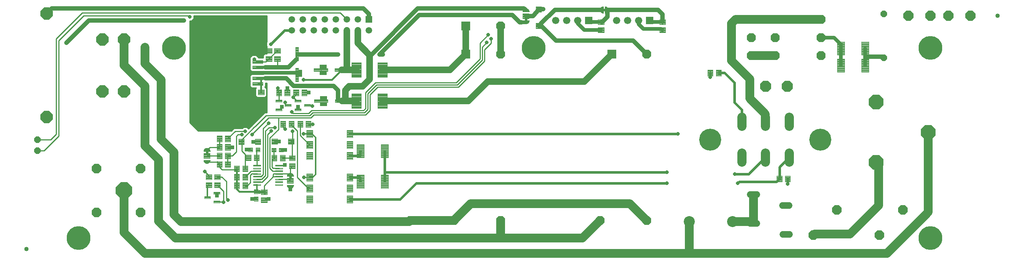
<source format=gtl>
G75*
%MOIN*%
%OFA0B0*%
%FSLAX25Y25*%
%IPPOS*%
%LPD*%
%AMOC8*
5,1,8,0,0,1.08239X$1,22.5*
%
%ADD10C,0.04000*%
%ADD11OC8,0.08850*%
%ADD12C,0.10000*%
%ADD13C,0.06000*%
%ADD14OC8,0.06000*%
%ADD15C,0.00425*%
%ADD16C,0.00409*%
%ADD17C,0.00419*%
%ADD18OC8,0.10000*%
%ADD19OC8,0.08268*%
%ADD20OC8,0.13386*%
%ADD21OC8,0.11268*%
%ADD22C,0.20000*%
%ADD23OC8,0.08600*%
%ADD24OC8,0.15000*%
%ADD25C,0.08250*%
%ADD26C,0.00394*%
%ADD27R,0.06600X0.06600*%
%ADD28C,0.06600*%
%ADD29R,0.05906X0.05906*%
%ADD30C,0.05906*%
%ADD31C,0.00396*%
%ADD32OC8,0.05906*%
%ADD33OC8,0.09055*%
%ADD34OC8,0.06496*%
%ADD35C,0.00406*%
%ADD36C,0.00386*%
%ADD37C,0.00400*%
%ADD38C,0.00100*%
%ADD39R,0.08268X0.08268*%
%ADD40C,0.00390*%
%ADD41C,0.00280*%
%ADD42C,0.00362*%
%ADD43C,0.21654*%
%ADD44C,0.08000*%
%ADD45C,0.02400*%
%ADD46OC8,0.03175*%
%ADD47C,0.03200*%
%ADD48C,0.01000*%
%ADD49C,0.01200*%
%ADD50C,0.01600*%
%ADD51C,0.04000*%
%ADD52R,0.03175X0.03175*%
%ADD53C,0.02800*%
D10*
X0109881Y0069957D03*
X0991770Y0282555D03*
D11*
X0905851Y0105646D03*
X0845851Y0105646D03*
X0824288Y0082396D03*
X0884288Y0082396D03*
D12*
X0751070Y0094864D03*
X0711699Y0094864D03*
D13*
X0767056Y0093114D02*
X0773056Y0093114D01*
X0796583Y0083114D02*
X0802583Y0083114D01*
X0802552Y0109396D02*
X0796552Y0109396D01*
X0773024Y0119396D02*
X0767024Y0119396D01*
X0528570Y0222396D02*
X0511070Y0204896D01*
X0433131Y0204896D01*
X0409509Y0204896D02*
X0398320Y0204896D01*
X0399320Y0205896D01*
X0399320Y0214646D01*
X0402820Y0218146D01*
X0415070Y0218146D01*
X0421320Y0224396D01*
X0421320Y0246646D01*
X0410570Y0257396D01*
X0410570Y0269146D01*
X0400570Y0269146D02*
X0400570Y0233396D01*
X0400320Y0233146D01*
X0396070Y0233146D01*
X0400320Y0233146D02*
X0409509Y0233146D01*
X0433131Y0233146D02*
X0494471Y0233146D01*
X0508810Y0247484D01*
X0508810Y0273075D01*
X0540306Y0273075D02*
X0540306Y0247484D01*
X0528570Y0222396D02*
X0616471Y0222396D01*
X0641560Y0247484D01*
X0398320Y0204896D02*
X0396320Y0204896D01*
D14*
X0217288Y0213927D03*
X0217288Y0253927D03*
X0888320Y0244146D03*
X0888320Y0284146D03*
D15*
X0874674Y0246809D02*
X0868012Y0246809D01*
X0868012Y0258983D01*
X0874674Y0258983D01*
X0874674Y0246809D01*
X0874674Y0247233D02*
X0868012Y0247233D01*
X0868012Y0247657D02*
X0874674Y0247657D01*
X0874674Y0248081D02*
X0868012Y0248081D01*
X0868012Y0248505D02*
X0874674Y0248505D01*
X0874674Y0248929D02*
X0868012Y0248929D01*
X0868012Y0249353D02*
X0874674Y0249353D01*
X0874674Y0249777D02*
X0868012Y0249777D01*
X0868012Y0250201D02*
X0874674Y0250201D01*
X0874674Y0250625D02*
X0868012Y0250625D01*
X0868012Y0251049D02*
X0874674Y0251049D01*
X0874674Y0251473D02*
X0868012Y0251473D01*
X0868012Y0251897D02*
X0874674Y0251897D01*
X0874674Y0252321D02*
X0868012Y0252321D01*
X0868012Y0252745D02*
X0874674Y0252745D01*
X0874674Y0253169D02*
X0868012Y0253169D01*
X0868012Y0253593D02*
X0874674Y0253593D01*
X0874674Y0254017D02*
X0868012Y0254017D01*
X0868012Y0254441D02*
X0874674Y0254441D01*
X0874674Y0254865D02*
X0868012Y0254865D01*
X0868012Y0255289D02*
X0874674Y0255289D01*
X0874674Y0255713D02*
X0868012Y0255713D01*
X0868012Y0256137D02*
X0874674Y0256137D01*
X0874674Y0256561D02*
X0868012Y0256561D01*
X0868012Y0256985D02*
X0874674Y0256985D01*
X0874674Y0257409D02*
X0868012Y0257409D01*
X0868012Y0257833D02*
X0874674Y0257833D01*
X0874674Y0258257D02*
X0868012Y0258257D01*
X0868012Y0258681D02*
X0874674Y0258681D01*
X0852627Y0246809D02*
X0845965Y0246809D01*
X0845965Y0258983D01*
X0852627Y0258983D01*
X0852627Y0246809D01*
X0852627Y0247233D02*
X0845965Y0247233D01*
X0845965Y0247657D02*
X0852627Y0247657D01*
X0852627Y0248081D02*
X0845965Y0248081D01*
X0845965Y0248505D02*
X0852627Y0248505D01*
X0852627Y0248929D02*
X0845965Y0248929D01*
X0845965Y0249353D02*
X0852627Y0249353D01*
X0852627Y0249777D02*
X0845965Y0249777D01*
X0845965Y0250201D02*
X0852627Y0250201D01*
X0852627Y0250625D02*
X0845965Y0250625D01*
X0845965Y0251049D02*
X0852627Y0251049D01*
X0852627Y0251473D02*
X0845965Y0251473D01*
X0845965Y0251897D02*
X0852627Y0251897D01*
X0852627Y0252321D02*
X0845965Y0252321D01*
X0845965Y0252745D02*
X0852627Y0252745D01*
X0852627Y0253169D02*
X0845965Y0253169D01*
X0845965Y0253593D02*
X0852627Y0253593D01*
X0852627Y0254017D02*
X0845965Y0254017D01*
X0845965Y0254441D02*
X0852627Y0254441D01*
X0852627Y0254865D02*
X0845965Y0254865D01*
X0845965Y0255289D02*
X0852627Y0255289D01*
X0852627Y0255713D02*
X0845965Y0255713D01*
X0845965Y0256137D02*
X0852627Y0256137D01*
X0852627Y0256561D02*
X0845965Y0256561D01*
X0845965Y0256985D02*
X0852627Y0256985D01*
X0852627Y0257409D02*
X0845965Y0257409D01*
X0845965Y0257833D02*
X0852627Y0257833D01*
X0852627Y0258257D02*
X0845965Y0258257D01*
X0845965Y0258681D02*
X0852627Y0258681D01*
X0852627Y0231059D02*
X0845965Y0231059D01*
X0845965Y0243233D01*
X0852627Y0243233D01*
X0852627Y0231059D01*
X0852627Y0231483D02*
X0845965Y0231483D01*
X0845965Y0231907D02*
X0852627Y0231907D01*
X0852627Y0232331D02*
X0845965Y0232331D01*
X0845965Y0232755D02*
X0852627Y0232755D01*
X0852627Y0233179D02*
X0845965Y0233179D01*
X0845965Y0233603D02*
X0852627Y0233603D01*
X0852627Y0234027D02*
X0845965Y0234027D01*
X0845965Y0234451D02*
X0852627Y0234451D01*
X0852627Y0234875D02*
X0845965Y0234875D01*
X0845965Y0235299D02*
X0852627Y0235299D01*
X0852627Y0235723D02*
X0845965Y0235723D01*
X0845965Y0236147D02*
X0852627Y0236147D01*
X0852627Y0236571D02*
X0845965Y0236571D01*
X0845965Y0236995D02*
X0852627Y0236995D01*
X0852627Y0237419D02*
X0845965Y0237419D01*
X0845965Y0237843D02*
X0852627Y0237843D01*
X0852627Y0238267D02*
X0845965Y0238267D01*
X0845965Y0238691D02*
X0852627Y0238691D01*
X0852627Y0239115D02*
X0845965Y0239115D01*
X0845965Y0239539D02*
X0852627Y0239539D01*
X0852627Y0239963D02*
X0845965Y0239963D01*
X0845965Y0240387D02*
X0852627Y0240387D01*
X0852627Y0240811D02*
X0845965Y0240811D01*
X0845965Y0241235D02*
X0852627Y0241235D01*
X0852627Y0241659D02*
X0845965Y0241659D01*
X0845965Y0242083D02*
X0852627Y0242083D01*
X0852627Y0242507D02*
X0845965Y0242507D01*
X0845965Y0242931D02*
X0852627Y0242931D01*
X0868012Y0231059D02*
X0874674Y0231059D01*
X0868012Y0231059D02*
X0868012Y0243233D01*
X0874674Y0243233D01*
X0874674Y0231059D01*
X0874674Y0231483D02*
X0868012Y0231483D01*
X0868012Y0231907D02*
X0874674Y0231907D01*
X0874674Y0232331D02*
X0868012Y0232331D01*
X0868012Y0232755D02*
X0874674Y0232755D01*
X0874674Y0233179D02*
X0868012Y0233179D01*
X0868012Y0233603D02*
X0874674Y0233603D01*
X0874674Y0234027D02*
X0868012Y0234027D01*
X0868012Y0234451D02*
X0874674Y0234451D01*
X0874674Y0234875D02*
X0868012Y0234875D01*
X0868012Y0235299D02*
X0874674Y0235299D01*
X0874674Y0235723D02*
X0868012Y0235723D01*
X0868012Y0236147D02*
X0874674Y0236147D01*
X0874674Y0236571D02*
X0868012Y0236571D01*
X0868012Y0236995D02*
X0874674Y0236995D01*
X0874674Y0237419D02*
X0868012Y0237419D01*
X0868012Y0237843D02*
X0874674Y0237843D01*
X0874674Y0238267D02*
X0868012Y0238267D01*
X0868012Y0238691D02*
X0874674Y0238691D01*
X0874674Y0239115D02*
X0868012Y0239115D01*
X0868012Y0239539D02*
X0874674Y0239539D01*
X0874674Y0239963D02*
X0868012Y0239963D01*
X0868012Y0240387D02*
X0874674Y0240387D01*
X0874674Y0240811D02*
X0868012Y0240811D01*
X0868012Y0241235D02*
X0874674Y0241235D01*
X0874674Y0241659D02*
X0868012Y0241659D01*
X0868012Y0242083D02*
X0874674Y0242083D01*
X0874674Y0242507D02*
X0868012Y0242507D01*
X0868012Y0242931D02*
X0874674Y0242931D01*
X0438424Y0153059D02*
X0431762Y0153059D01*
X0431762Y0165233D01*
X0438424Y0165233D01*
X0438424Y0153059D01*
X0438424Y0153483D02*
X0431762Y0153483D01*
X0431762Y0153907D02*
X0438424Y0153907D01*
X0438424Y0154331D02*
X0431762Y0154331D01*
X0431762Y0154755D02*
X0438424Y0154755D01*
X0438424Y0155179D02*
X0431762Y0155179D01*
X0431762Y0155603D02*
X0438424Y0155603D01*
X0438424Y0156027D02*
X0431762Y0156027D01*
X0431762Y0156451D02*
X0438424Y0156451D01*
X0438424Y0156875D02*
X0431762Y0156875D01*
X0431762Y0157299D02*
X0438424Y0157299D01*
X0438424Y0157723D02*
X0431762Y0157723D01*
X0431762Y0158147D02*
X0438424Y0158147D01*
X0438424Y0158571D02*
X0431762Y0158571D01*
X0431762Y0158995D02*
X0438424Y0158995D01*
X0438424Y0159419D02*
X0431762Y0159419D01*
X0431762Y0159843D02*
X0438424Y0159843D01*
X0438424Y0160267D02*
X0431762Y0160267D01*
X0431762Y0160691D02*
X0438424Y0160691D01*
X0438424Y0161115D02*
X0431762Y0161115D01*
X0431762Y0161539D02*
X0438424Y0161539D01*
X0438424Y0161963D02*
X0431762Y0161963D01*
X0431762Y0162387D02*
X0438424Y0162387D01*
X0438424Y0162811D02*
X0431762Y0162811D01*
X0431762Y0163235D02*
X0438424Y0163235D01*
X0438424Y0163659D02*
X0431762Y0163659D01*
X0431762Y0164083D02*
X0438424Y0164083D01*
X0438424Y0164507D02*
X0431762Y0164507D01*
X0431762Y0164931D02*
X0438424Y0164931D01*
X0416377Y0153059D02*
X0409715Y0153059D01*
X0409715Y0165233D01*
X0416377Y0165233D01*
X0416377Y0153059D01*
X0416377Y0153483D02*
X0409715Y0153483D01*
X0409715Y0153907D02*
X0416377Y0153907D01*
X0416377Y0154331D02*
X0409715Y0154331D01*
X0409715Y0154755D02*
X0416377Y0154755D01*
X0416377Y0155179D02*
X0409715Y0155179D01*
X0409715Y0155603D02*
X0416377Y0155603D01*
X0416377Y0156027D02*
X0409715Y0156027D01*
X0409715Y0156451D02*
X0416377Y0156451D01*
X0416377Y0156875D02*
X0409715Y0156875D01*
X0409715Y0157299D02*
X0416377Y0157299D01*
X0416377Y0157723D02*
X0409715Y0157723D01*
X0409715Y0158147D02*
X0416377Y0158147D01*
X0416377Y0158571D02*
X0409715Y0158571D01*
X0409715Y0158995D02*
X0416377Y0158995D01*
X0416377Y0159419D02*
X0409715Y0159419D01*
X0409715Y0159843D02*
X0416377Y0159843D01*
X0416377Y0160267D02*
X0409715Y0160267D01*
X0409715Y0160691D02*
X0416377Y0160691D01*
X0416377Y0161115D02*
X0409715Y0161115D01*
X0409715Y0161539D02*
X0416377Y0161539D01*
X0416377Y0161963D02*
X0409715Y0161963D01*
X0409715Y0162387D02*
X0416377Y0162387D01*
X0416377Y0162811D02*
X0409715Y0162811D01*
X0409715Y0163235D02*
X0416377Y0163235D01*
X0416377Y0163659D02*
X0409715Y0163659D01*
X0409715Y0164083D02*
X0416377Y0164083D01*
X0416377Y0164507D02*
X0409715Y0164507D01*
X0409715Y0164931D02*
X0416377Y0164931D01*
X0416377Y0125309D02*
X0409715Y0125309D01*
X0409715Y0137483D01*
X0416377Y0137483D01*
X0416377Y0125309D01*
X0416377Y0125733D02*
X0409715Y0125733D01*
X0409715Y0126157D02*
X0416377Y0126157D01*
X0416377Y0126581D02*
X0409715Y0126581D01*
X0409715Y0127005D02*
X0416377Y0127005D01*
X0416377Y0127429D02*
X0409715Y0127429D01*
X0409715Y0127853D02*
X0416377Y0127853D01*
X0416377Y0128277D02*
X0409715Y0128277D01*
X0409715Y0128701D02*
X0416377Y0128701D01*
X0416377Y0129125D02*
X0409715Y0129125D01*
X0409715Y0129549D02*
X0416377Y0129549D01*
X0416377Y0129973D02*
X0409715Y0129973D01*
X0409715Y0130397D02*
X0416377Y0130397D01*
X0416377Y0130821D02*
X0409715Y0130821D01*
X0409715Y0131245D02*
X0416377Y0131245D01*
X0416377Y0131669D02*
X0409715Y0131669D01*
X0409715Y0132093D02*
X0416377Y0132093D01*
X0416377Y0132517D02*
X0409715Y0132517D01*
X0409715Y0132941D02*
X0416377Y0132941D01*
X0416377Y0133365D02*
X0409715Y0133365D01*
X0409715Y0133789D02*
X0416377Y0133789D01*
X0416377Y0134213D02*
X0409715Y0134213D01*
X0409715Y0134637D02*
X0416377Y0134637D01*
X0416377Y0135061D02*
X0409715Y0135061D01*
X0409715Y0135485D02*
X0416377Y0135485D01*
X0416377Y0135909D02*
X0409715Y0135909D01*
X0409715Y0136333D02*
X0416377Y0136333D01*
X0416377Y0136757D02*
X0409715Y0136757D01*
X0409715Y0137181D02*
X0416377Y0137181D01*
X0431762Y0125309D02*
X0438424Y0125309D01*
X0431762Y0125309D02*
X0431762Y0137483D01*
X0438424Y0137483D01*
X0438424Y0125309D01*
X0438424Y0125733D02*
X0431762Y0125733D01*
X0431762Y0126157D02*
X0438424Y0126157D01*
X0438424Y0126581D02*
X0431762Y0126581D01*
X0431762Y0127005D02*
X0438424Y0127005D01*
X0438424Y0127429D02*
X0431762Y0127429D01*
X0431762Y0127853D02*
X0438424Y0127853D01*
X0438424Y0128277D02*
X0431762Y0128277D01*
X0431762Y0128701D02*
X0438424Y0128701D01*
X0438424Y0129125D02*
X0431762Y0129125D01*
X0431762Y0129549D02*
X0438424Y0129549D01*
X0438424Y0129973D02*
X0431762Y0129973D01*
X0431762Y0130397D02*
X0438424Y0130397D01*
X0438424Y0130821D02*
X0431762Y0130821D01*
X0431762Y0131245D02*
X0438424Y0131245D01*
X0438424Y0131669D02*
X0431762Y0131669D01*
X0431762Y0132093D02*
X0438424Y0132093D01*
X0438424Y0132517D02*
X0431762Y0132517D01*
X0431762Y0132941D02*
X0438424Y0132941D01*
X0438424Y0133365D02*
X0431762Y0133365D01*
X0431762Y0133789D02*
X0438424Y0133789D01*
X0438424Y0134213D02*
X0431762Y0134213D01*
X0431762Y0134637D02*
X0438424Y0134637D01*
X0438424Y0135061D02*
X0431762Y0135061D01*
X0431762Y0135485D02*
X0438424Y0135485D01*
X0438424Y0135909D02*
X0431762Y0135909D01*
X0431762Y0136333D02*
X0438424Y0136333D01*
X0438424Y0136757D02*
X0431762Y0136757D01*
X0431762Y0137181D02*
X0438424Y0137181D01*
D16*
X0348321Y0143051D02*
X0348321Y0147761D01*
X0353819Y0147761D01*
X0353819Y0143051D01*
X0348321Y0143051D01*
X0348321Y0143459D02*
X0353819Y0143459D01*
X0353819Y0143867D02*
X0348321Y0143867D01*
X0348321Y0144275D02*
X0353819Y0144275D01*
X0353819Y0144683D02*
X0348321Y0144683D01*
X0348321Y0145091D02*
X0353819Y0145091D01*
X0353819Y0145499D02*
X0348321Y0145499D01*
X0348321Y0145907D02*
X0353819Y0145907D01*
X0353819Y0146315D02*
X0348321Y0146315D01*
X0348321Y0146723D02*
X0353819Y0146723D01*
X0353819Y0147131D02*
X0348321Y0147131D01*
X0348321Y0147539D02*
X0353819Y0147539D01*
X0348321Y0150531D02*
X0348321Y0155241D01*
X0353819Y0155241D01*
X0353819Y0150531D01*
X0348321Y0150531D01*
X0348321Y0150939D02*
X0353819Y0150939D01*
X0353819Y0151347D02*
X0348321Y0151347D01*
X0348321Y0151755D02*
X0353819Y0151755D01*
X0353819Y0152163D02*
X0348321Y0152163D01*
X0348321Y0152571D02*
X0353819Y0152571D01*
X0353819Y0152979D02*
X0348321Y0152979D01*
X0348321Y0153387D02*
X0353819Y0153387D01*
X0353819Y0153795D02*
X0348321Y0153795D01*
X0348321Y0154203D02*
X0353819Y0154203D01*
X0353819Y0154611D02*
X0348321Y0154611D01*
X0348321Y0155019D02*
X0353819Y0155019D01*
X0344665Y0150147D02*
X0339955Y0150147D01*
X0339955Y0155645D01*
X0344665Y0155645D01*
X0344665Y0150147D01*
X0344665Y0150555D02*
X0339955Y0150555D01*
X0339955Y0150963D02*
X0344665Y0150963D01*
X0344665Y0151371D02*
X0339955Y0151371D01*
X0339955Y0151779D02*
X0344665Y0151779D01*
X0344665Y0152187D02*
X0339955Y0152187D01*
X0339955Y0152595D02*
X0344665Y0152595D01*
X0344665Y0153003D02*
X0339955Y0153003D01*
X0339955Y0153411D02*
X0344665Y0153411D01*
X0344665Y0153819D02*
X0339955Y0153819D01*
X0339955Y0154227D02*
X0344665Y0154227D01*
X0344665Y0154635D02*
X0339955Y0154635D01*
X0339955Y0155043D02*
X0344665Y0155043D01*
X0344665Y0155451D02*
X0339955Y0155451D01*
X0337184Y0150147D02*
X0332474Y0150147D01*
X0332474Y0155645D01*
X0337184Y0155645D01*
X0337184Y0150147D01*
X0337184Y0150555D02*
X0332474Y0150555D01*
X0332474Y0150963D02*
X0337184Y0150963D01*
X0337184Y0151371D02*
X0332474Y0151371D01*
X0332474Y0151779D02*
X0337184Y0151779D01*
X0337184Y0152187D02*
X0332474Y0152187D01*
X0332474Y0152595D02*
X0337184Y0152595D01*
X0337184Y0153003D02*
X0332474Y0153003D01*
X0332474Y0153411D02*
X0337184Y0153411D01*
X0337184Y0153819D02*
X0332474Y0153819D01*
X0332474Y0154227D02*
X0337184Y0154227D01*
X0337184Y0154635D02*
X0332474Y0154635D01*
X0332474Y0155043D02*
X0337184Y0155043D01*
X0337184Y0155451D02*
X0332474Y0155451D01*
X0321165Y0155895D02*
X0316455Y0155895D01*
X0321165Y0155895D02*
X0321165Y0150397D01*
X0316455Y0150397D01*
X0316455Y0155895D01*
X0316455Y0150805D02*
X0321165Y0150805D01*
X0321165Y0151213D02*
X0316455Y0151213D01*
X0316455Y0151621D02*
X0321165Y0151621D01*
X0321165Y0152029D02*
X0316455Y0152029D01*
X0316455Y0152437D02*
X0321165Y0152437D01*
X0321165Y0152845D02*
X0316455Y0152845D01*
X0316455Y0153253D02*
X0321165Y0153253D01*
X0321165Y0153661D02*
X0316455Y0153661D01*
X0316455Y0154069D02*
X0321165Y0154069D01*
X0321165Y0154477D02*
X0316455Y0154477D01*
X0316455Y0154885D02*
X0321165Y0154885D01*
X0321165Y0155293D02*
X0316455Y0155293D01*
X0316455Y0155701D02*
X0321165Y0155701D01*
X0313684Y0155895D02*
X0308974Y0155895D01*
X0313684Y0155895D02*
X0313684Y0150397D01*
X0308974Y0150397D01*
X0308974Y0155895D01*
X0308974Y0150805D02*
X0313684Y0150805D01*
X0313684Y0151213D02*
X0308974Y0151213D01*
X0308974Y0151621D02*
X0313684Y0151621D01*
X0313684Y0152029D02*
X0308974Y0152029D01*
X0308974Y0152437D02*
X0313684Y0152437D01*
X0313684Y0152845D02*
X0308974Y0152845D01*
X0308974Y0153253D02*
X0313684Y0153253D01*
X0313684Y0153661D02*
X0308974Y0153661D01*
X0308974Y0154069D02*
X0313684Y0154069D01*
X0313684Y0154477D02*
X0308974Y0154477D01*
X0308974Y0154885D02*
X0313684Y0154885D01*
X0313684Y0155293D02*
X0308974Y0155293D01*
X0308974Y0155701D02*
X0313684Y0155701D01*
X0294915Y0152147D02*
X0290205Y0152147D01*
X0290205Y0157645D01*
X0294915Y0157645D01*
X0294915Y0152147D01*
X0294915Y0152555D02*
X0290205Y0152555D01*
X0290205Y0152963D02*
X0294915Y0152963D01*
X0294915Y0153371D02*
X0290205Y0153371D01*
X0290205Y0153779D02*
X0294915Y0153779D01*
X0294915Y0154187D02*
X0290205Y0154187D01*
X0290205Y0154595D02*
X0294915Y0154595D01*
X0294915Y0155003D02*
X0290205Y0155003D01*
X0290205Y0155411D02*
X0294915Y0155411D01*
X0294915Y0155819D02*
X0290205Y0155819D01*
X0290205Y0156227D02*
X0294915Y0156227D01*
X0294915Y0156635D02*
X0290205Y0156635D01*
X0290205Y0157043D02*
X0294915Y0157043D01*
X0294915Y0157451D02*
X0290205Y0157451D01*
X0287434Y0152147D02*
X0282724Y0152147D01*
X0282724Y0157645D01*
X0287434Y0157645D01*
X0287434Y0152147D01*
X0287434Y0152555D02*
X0282724Y0152555D01*
X0282724Y0152963D02*
X0287434Y0152963D01*
X0287434Y0153371D02*
X0282724Y0153371D01*
X0282724Y0153779D02*
X0287434Y0153779D01*
X0287434Y0154187D02*
X0282724Y0154187D01*
X0282724Y0154595D02*
X0287434Y0154595D01*
X0287434Y0155003D02*
X0282724Y0155003D01*
X0282724Y0155411D02*
X0287434Y0155411D01*
X0287434Y0155819D02*
X0282724Y0155819D01*
X0282724Y0156227D02*
X0287434Y0156227D01*
X0287434Y0156635D02*
X0282724Y0156635D01*
X0282724Y0157043D02*
X0287434Y0157043D01*
X0287434Y0157451D02*
X0282724Y0157451D01*
X0282724Y0159897D02*
X0287434Y0159897D01*
X0282724Y0159897D02*
X0282724Y0165395D01*
X0287434Y0165395D01*
X0287434Y0159897D01*
X0287434Y0160305D02*
X0282724Y0160305D01*
X0282724Y0160713D02*
X0287434Y0160713D01*
X0287434Y0161121D02*
X0282724Y0161121D01*
X0282724Y0161529D02*
X0287434Y0161529D01*
X0287434Y0161937D02*
X0282724Y0161937D01*
X0282724Y0162345D02*
X0287434Y0162345D01*
X0287434Y0162753D02*
X0282724Y0162753D01*
X0282724Y0163161D02*
X0287434Y0163161D01*
X0287434Y0163569D02*
X0282724Y0163569D01*
X0282724Y0163977D02*
X0287434Y0163977D01*
X0287434Y0164385D02*
X0282724Y0164385D01*
X0282724Y0164793D02*
X0287434Y0164793D01*
X0287434Y0165201D02*
X0282724Y0165201D01*
X0290205Y0159897D02*
X0294915Y0159897D01*
X0290205Y0159897D02*
X0290205Y0165395D01*
X0294915Y0165395D01*
X0294915Y0159897D01*
X0294915Y0160305D02*
X0290205Y0160305D01*
X0290205Y0160713D02*
X0294915Y0160713D01*
X0294915Y0161121D02*
X0290205Y0161121D01*
X0290205Y0161529D02*
X0294915Y0161529D01*
X0294915Y0161937D02*
X0290205Y0161937D01*
X0290205Y0162345D02*
X0294915Y0162345D01*
X0294915Y0162753D02*
X0290205Y0162753D01*
X0290205Y0163161D02*
X0294915Y0163161D01*
X0294915Y0163569D02*
X0290205Y0163569D01*
X0290205Y0163977D02*
X0294915Y0163977D01*
X0294915Y0164385D02*
X0290205Y0164385D01*
X0290205Y0164793D02*
X0294915Y0164793D01*
X0294915Y0165201D02*
X0290205Y0165201D01*
X0290205Y0173145D02*
X0294915Y0173145D01*
X0294915Y0167647D01*
X0290205Y0167647D01*
X0290205Y0173145D01*
X0290205Y0168055D02*
X0294915Y0168055D01*
X0294915Y0168463D02*
X0290205Y0168463D01*
X0290205Y0168871D02*
X0294915Y0168871D01*
X0294915Y0169279D02*
X0290205Y0169279D01*
X0290205Y0169687D02*
X0294915Y0169687D01*
X0294915Y0170095D02*
X0290205Y0170095D01*
X0290205Y0170503D02*
X0294915Y0170503D01*
X0294915Y0170911D02*
X0290205Y0170911D01*
X0290205Y0171319D02*
X0294915Y0171319D01*
X0294915Y0171727D02*
X0290205Y0171727D01*
X0290205Y0172135D02*
X0294915Y0172135D01*
X0294915Y0172543D02*
X0290205Y0172543D01*
X0290205Y0172951D02*
X0294915Y0172951D01*
X0287434Y0173145D02*
X0282724Y0173145D01*
X0287434Y0173145D02*
X0287434Y0167647D01*
X0282724Y0167647D01*
X0282724Y0173145D01*
X0282724Y0168055D02*
X0287434Y0168055D01*
X0287434Y0168463D02*
X0282724Y0168463D01*
X0282724Y0168871D02*
X0287434Y0168871D01*
X0287434Y0169279D02*
X0282724Y0169279D01*
X0282724Y0169687D02*
X0287434Y0169687D01*
X0287434Y0170095D02*
X0282724Y0170095D01*
X0282724Y0170503D02*
X0287434Y0170503D01*
X0287434Y0170911D02*
X0282724Y0170911D01*
X0282724Y0171319D02*
X0287434Y0171319D01*
X0287434Y0171727D02*
X0282724Y0171727D01*
X0282724Y0172135D02*
X0287434Y0172135D01*
X0287434Y0172543D02*
X0282724Y0172543D01*
X0282724Y0172951D02*
X0287434Y0172951D01*
X0340474Y0186395D02*
X0345184Y0186395D01*
X0345184Y0180897D01*
X0340474Y0180897D01*
X0340474Y0186395D01*
X0340474Y0181305D02*
X0345184Y0181305D01*
X0345184Y0181713D02*
X0340474Y0181713D01*
X0340474Y0182121D02*
X0345184Y0182121D01*
X0345184Y0182529D02*
X0340474Y0182529D01*
X0340474Y0182937D02*
X0345184Y0182937D01*
X0345184Y0183345D02*
X0340474Y0183345D01*
X0340474Y0183753D02*
X0345184Y0183753D01*
X0345184Y0184161D02*
X0340474Y0184161D01*
X0340474Y0184569D02*
X0345184Y0184569D01*
X0345184Y0184977D02*
X0340474Y0184977D01*
X0340474Y0185385D02*
X0345184Y0185385D01*
X0345184Y0185793D02*
X0340474Y0185793D01*
X0340474Y0186201D02*
X0345184Y0186201D01*
X0347955Y0186395D02*
X0352665Y0186395D01*
X0352665Y0180897D01*
X0347955Y0180897D01*
X0347955Y0186395D01*
X0347955Y0181305D02*
X0352665Y0181305D01*
X0352665Y0181713D02*
X0347955Y0181713D01*
X0347955Y0182121D02*
X0352665Y0182121D01*
X0352665Y0182529D02*
X0347955Y0182529D01*
X0347955Y0182937D02*
X0352665Y0182937D01*
X0352665Y0183345D02*
X0347955Y0183345D01*
X0347955Y0183753D02*
X0352665Y0183753D01*
X0352665Y0184161D02*
X0347955Y0184161D01*
X0347955Y0184569D02*
X0352665Y0184569D01*
X0352665Y0184977D02*
X0347955Y0184977D01*
X0347955Y0185385D02*
X0352665Y0185385D01*
X0352665Y0185793D02*
X0347955Y0185793D01*
X0347955Y0186201D02*
X0352665Y0186201D01*
X0355974Y0180897D02*
X0360684Y0180897D01*
X0355974Y0180897D02*
X0355974Y0186395D01*
X0360684Y0186395D01*
X0360684Y0180897D01*
X0360684Y0181305D02*
X0355974Y0181305D01*
X0355974Y0181713D02*
X0360684Y0181713D01*
X0360684Y0182121D02*
X0355974Y0182121D01*
X0355974Y0182529D02*
X0360684Y0182529D01*
X0360684Y0182937D02*
X0355974Y0182937D01*
X0355974Y0183345D02*
X0360684Y0183345D01*
X0360684Y0183753D02*
X0355974Y0183753D01*
X0355974Y0184161D02*
X0360684Y0184161D01*
X0360684Y0184569D02*
X0355974Y0184569D01*
X0355974Y0184977D02*
X0360684Y0184977D01*
X0360684Y0185385D02*
X0355974Y0185385D01*
X0355974Y0185793D02*
X0360684Y0185793D01*
X0360684Y0186201D02*
X0355974Y0186201D01*
X0363455Y0180897D02*
X0368165Y0180897D01*
X0363455Y0180897D02*
X0363455Y0186395D01*
X0368165Y0186395D01*
X0368165Y0180897D01*
X0368165Y0181305D02*
X0363455Y0181305D01*
X0363455Y0181713D02*
X0368165Y0181713D01*
X0368165Y0182121D02*
X0363455Y0182121D01*
X0363455Y0182529D02*
X0368165Y0182529D01*
X0368165Y0182937D02*
X0363455Y0182937D01*
X0363455Y0183345D02*
X0368165Y0183345D01*
X0368165Y0183753D02*
X0363455Y0183753D01*
X0363455Y0184161D02*
X0368165Y0184161D01*
X0368165Y0184569D02*
X0363455Y0184569D01*
X0363455Y0184977D02*
X0368165Y0184977D01*
X0368165Y0185385D02*
X0363455Y0185385D01*
X0363455Y0185793D02*
X0368165Y0185793D01*
X0368165Y0186201D02*
X0363455Y0186201D01*
X0320071Y0203051D02*
X0320071Y0207761D01*
X0325569Y0207761D01*
X0325569Y0203051D01*
X0320071Y0203051D01*
X0320071Y0203459D02*
X0325569Y0203459D01*
X0325569Y0203867D02*
X0320071Y0203867D01*
X0320071Y0204275D02*
X0325569Y0204275D01*
X0325569Y0204683D02*
X0320071Y0204683D01*
X0320071Y0205091D02*
X0325569Y0205091D01*
X0325569Y0205499D02*
X0320071Y0205499D01*
X0320071Y0205907D02*
X0325569Y0205907D01*
X0325569Y0206315D02*
X0320071Y0206315D01*
X0320071Y0206723D02*
X0325569Y0206723D01*
X0325569Y0207131D02*
X0320071Y0207131D01*
X0320071Y0207539D02*
X0325569Y0207539D01*
X0320071Y0210531D02*
X0320071Y0215241D01*
X0325569Y0215241D01*
X0325569Y0210531D01*
X0320071Y0210531D01*
X0320071Y0210939D02*
X0325569Y0210939D01*
X0325569Y0211347D02*
X0320071Y0211347D01*
X0320071Y0211755D02*
X0325569Y0211755D01*
X0325569Y0212163D02*
X0320071Y0212163D01*
X0320071Y0212571D02*
X0325569Y0212571D01*
X0325569Y0212979D02*
X0320071Y0212979D01*
X0320071Y0213387D02*
X0325569Y0213387D01*
X0325569Y0213795D02*
X0320071Y0213795D01*
X0320071Y0214203D02*
X0325569Y0214203D01*
X0325569Y0214611D02*
X0320071Y0214611D01*
X0320071Y0215019D02*
X0325569Y0215019D01*
X0336724Y0215145D02*
X0341434Y0215145D01*
X0341434Y0209647D01*
X0336724Y0209647D01*
X0336724Y0215145D01*
X0336724Y0210055D02*
X0341434Y0210055D01*
X0341434Y0210463D02*
X0336724Y0210463D01*
X0336724Y0210871D02*
X0341434Y0210871D01*
X0341434Y0211279D02*
X0336724Y0211279D01*
X0336724Y0211687D02*
X0341434Y0211687D01*
X0341434Y0212095D02*
X0336724Y0212095D01*
X0336724Y0212503D02*
X0341434Y0212503D01*
X0341434Y0212911D02*
X0336724Y0212911D01*
X0336724Y0213319D02*
X0341434Y0213319D01*
X0341434Y0213727D02*
X0336724Y0213727D01*
X0336724Y0214135D02*
X0341434Y0214135D01*
X0341434Y0214543D02*
X0336724Y0214543D01*
X0336724Y0214951D02*
X0341434Y0214951D01*
X0344205Y0215145D02*
X0348915Y0215145D01*
X0348915Y0209647D01*
X0344205Y0209647D01*
X0344205Y0215145D01*
X0344205Y0210055D02*
X0348915Y0210055D01*
X0348915Y0210463D02*
X0344205Y0210463D01*
X0344205Y0210871D02*
X0348915Y0210871D01*
X0348915Y0211279D02*
X0344205Y0211279D01*
X0344205Y0211687D02*
X0348915Y0211687D01*
X0348915Y0212095D02*
X0344205Y0212095D01*
X0344205Y0212503D02*
X0348915Y0212503D01*
X0348915Y0212911D02*
X0344205Y0212911D01*
X0344205Y0213319D02*
X0348915Y0213319D01*
X0348915Y0213727D02*
X0344205Y0213727D01*
X0344205Y0214135D02*
X0348915Y0214135D01*
X0348915Y0214543D02*
X0344205Y0214543D01*
X0344205Y0214951D02*
X0348915Y0214951D01*
X0352224Y0215145D02*
X0356934Y0215145D01*
X0356934Y0209647D01*
X0352224Y0209647D01*
X0352224Y0215145D01*
X0352224Y0210055D02*
X0356934Y0210055D01*
X0356934Y0210463D02*
X0352224Y0210463D01*
X0352224Y0210871D02*
X0356934Y0210871D01*
X0356934Y0211279D02*
X0352224Y0211279D01*
X0352224Y0211687D02*
X0356934Y0211687D01*
X0356934Y0212095D02*
X0352224Y0212095D01*
X0352224Y0212503D02*
X0356934Y0212503D01*
X0356934Y0212911D02*
X0352224Y0212911D01*
X0352224Y0213319D02*
X0356934Y0213319D01*
X0356934Y0213727D02*
X0352224Y0213727D01*
X0352224Y0214135D02*
X0356934Y0214135D01*
X0356934Y0214543D02*
X0352224Y0214543D01*
X0352224Y0214951D02*
X0356934Y0214951D01*
X0359705Y0215145D02*
X0364415Y0215145D01*
X0364415Y0209647D01*
X0359705Y0209647D01*
X0359705Y0215145D01*
X0359705Y0210055D02*
X0364415Y0210055D01*
X0364415Y0210463D02*
X0359705Y0210463D01*
X0359705Y0210871D02*
X0364415Y0210871D01*
X0364415Y0211279D02*
X0359705Y0211279D01*
X0359705Y0211687D02*
X0364415Y0211687D01*
X0364415Y0212095D02*
X0359705Y0212095D01*
X0359705Y0212503D02*
X0364415Y0212503D01*
X0364415Y0212911D02*
X0359705Y0212911D01*
X0359705Y0213319D02*
X0364415Y0213319D01*
X0364415Y0213727D02*
X0359705Y0213727D01*
X0359705Y0214135D02*
X0364415Y0214135D01*
X0364415Y0214543D02*
X0359705Y0214543D01*
X0359705Y0214951D02*
X0364415Y0214951D01*
X0340319Y0240801D02*
X0340319Y0245511D01*
X0340319Y0240801D02*
X0334821Y0240801D01*
X0334821Y0245511D01*
X0340319Y0245511D01*
X0340319Y0241209D02*
X0334821Y0241209D01*
X0334821Y0241617D02*
X0340319Y0241617D01*
X0340319Y0242025D02*
X0334821Y0242025D01*
X0334821Y0242433D02*
X0340319Y0242433D01*
X0340319Y0242841D02*
X0334821Y0242841D01*
X0334821Y0243249D02*
X0340319Y0243249D01*
X0340319Y0243657D02*
X0334821Y0243657D01*
X0334821Y0244065D02*
X0340319Y0244065D01*
X0340319Y0244473D02*
X0334821Y0244473D01*
X0334821Y0244881D02*
X0340319Y0244881D01*
X0340319Y0245289D02*
X0334821Y0245289D01*
X0332569Y0245511D02*
X0332569Y0240801D01*
X0327071Y0240801D01*
X0327071Y0245511D01*
X0332569Y0245511D01*
X0332569Y0241209D02*
X0327071Y0241209D01*
X0327071Y0241617D02*
X0332569Y0241617D01*
X0332569Y0242025D02*
X0327071Y0242025D01*
X0327071Y0242433D02*
X0332569Y0242433D01*
X0332569Y0242841D02*
X0327071Y0242841D01*
X0327071Y0243249D02*
X0332569Y0243249D01*
X0332569Y0243657D02*
X0327071Y0243657D01*
X0327071Y0244065D02*
X0332569Y0244065D01*
X0332569Y0244473D02*
X0327071Y0244473D01*
X0327071Y0244881D02*
X0332569Y0244881D01*
X0332569Y0245289D02*
X0327071Y0245289D01*
X0332569Y0248281D02*
X0332569Y0252991D01*
X0332569Y0248281D02*
X0327071Y0248281D01*
X0327071Y0252991D01*
X0332569Y0252991D01*
X0332569Y0248689D02*
X0327071Y0248689D01*
X0327071Y0249097D02*
X0332569Y0249097D01*
X0332569Y0249505D02*
X0327071Y0249505D01*
X0327071Y0249913D02*
X0332569Y0249913D01*
X0332569Y0250321D02*
X0327071Y0250321D01*
X0327071Y0250729D02*
X0332569Y0250729D01*
X0332569Y0251137D02*
X0327071Y0251137D01*
X0327071Y0251545D02*
X0332569Y0251545D01*
X0332569Y0251953D02*
X0327071Y0251953D01*
X0327071Y0252361D02*
X0332569Y0252361D01*
X0332569Y0252769D02*
X0327071Y0252769D01*
X0340319Y0252991D02*
X0340319Y0248281D01*
X0334821Y0248281D01*
X0334821Y0252991D01*
X0340319Y0252991D01*
X0340319Y0248689D02*
X0334821Y0248689D01*
X0334821Y0249097D02*
X0340319Y0249097D01*
X0340319Y0249505D02*
X0334821Y0249505D01*
X0334821Y0249913D02*
X0340319Y0249913D01*
X0340319Y0250321D02*
X0334821Y0250321D01*
X0334821Y0250729D02*
X0340319Y0250729D01*
X0340319Y0251137D02*
X0334821Y0251137D01*
X0334821Y0251545D02*
X0340319Y0251545D01*
X0340319Y0251953D02*
X0334821Y0251953D01*
X0334821Y0252361D02*
X0340319Y0252361D01*
X0340319Y0252769D02*
X0334821Y0252769D01*
X0634319Y0267051D02*
X0634319Y0271761D01*
X0634319Y0267051D02*
X0628821Y0267051D01*
X0628821Y0271761D01*
X0634319Y0271761D01*
X0634319Y0267459D02*
X0628821Y0267459D01*
X0628821Y0267867D02*
X0634319Y0267867D01*
X0634319Y0268275D02*
X0628821Y0268275D01*
X0628821Y0268683D02*
X0634319Y0268683D01*
X0634319Y0269091D02*
X0628821Y0269091D01*
X0628821Y0269499D02*
X0634319Y0269499D01*
X0634319Y0269907D02*
X0628821Y0269907D01*
X0628821Y0270315D02*
X0634319Y0270315D01*
X0634319Y0270723D02*
X0628821Y0270723D01*
X0628821Y0271131D02*
X0634319Y0271131D01*
X0634319Y0271539D02*
X0628821Y0271539D01*
X0634319Y0274531D02*
X0634319Y0279241D01*
X0634319Y0274531D02*
X0628821Y0274531D01*
X0628821Y0279241D01*
X0634319Y0279241D01*
X0634319Y0274939D02*
X0628821Y0274939D01*
X0628821Y0275347D02*
X0634319Y0275347D01*
X0634319Y0275755D02*
X0628821Y0275755D01*
X0628821Y0276163D02*
X0634319Y0276163D01*
X0634319Y0276571D02*
X0628821Y0276571D01*
X0628821Y0276979D02*
X0634319Y0276979D01*
X0634319Y0277387D02*
X0628821Y0277387D01*
X0628821Y0277795D02*
X0634319Y0277795D01*
X0634319Y0278203D02*
X0628821Y0278203D01*
X0628821Y0278611D02*
X0634319Y0278611D01*
X0634319Y0279019D02*
X0628821Y0279019D01*
X0690069Y0279241D02*
X0690069Y0274531D01*
X0684571Y0274531D01*
X0684571Y0279241D01*
X0690069Y0279241D01*
X0690069Y0274939D02*
X0684571Y0274939D01*
X0684571Y0275347D02*
X0690069Y0275347D01*
X0690069Y0275755D02*
X0684571Y0275755D01*
X0684571Y0276163D02*
X0690069Y0276163D01*
X0690069Y0276571D02*
X0684571Y0276571D01*
X0684571Y0276979D02*
X0690069Y0276979D01*
X0690069Y0277387D02*
X0684571Y0277387D01*
X0684571Y0277795D02*
X0690069Y0277795D01*
X0690069Y0278203D02*
X0684571Y0278203D01*
X0684571Y0278611D02*
X0690069Y0278611D01*
X0690069Y0279019D02*
X0684571Y0279019D01*
X0690069Y0271761D02*
X0690069Y0267051D01*
X0684571Y0267051D01*
X0684571Y0271761D01*
X0690069Y0271761D01*
X0690069Y0267459D02*
X0684571Y0267459D01*
X0684571Y0267867D02*
X0690069Y0267867D01*
X0690069Y0268275D02*
X0684571Y0268275D01*
X0684571Y0268683D02*
X0690069Y0268683D01*
X0690069Y0269091D02*
X0684571Y0269091D01*
X0684571Y0269499D02*
X0690069Y0269499D01*
X0690069Y0269907D02*
X0684571Y0269907D01*
X0684571Y0270315D02*
X0690069Y0270315D01*
X0690069Y0270723D02*
X0684571Y0270723D01*
X0684571Y0271131D02*
X0690069Y0271131D01*
X0690069Y0271539D02*
X0684571Y0271539D01*
X0728474Y0233145D02*
X0733184Y0233145D01*
X0733184Y0227647D01*
X0728474Y0227647D01*
X0728474Y0233145D01*
X0728474Y0228055D02*
X0733184Y0228055D01*
X0733184Y0228463D02*
X0728474Y0228463D01*
X0728474Y0228871D02*
X0733184Y0228871D01*
X0733184Y0229279D02*
X0728474Y0229279D01*
X0728474Y0229687D02*
X0733184Y0229687D01*
X0733184Y0230095D02*
X0728474Y0230095D01*
X0728474Y0230503D02*
X0733184Y0230503D01*
X0733184Y0230911D02*
X0728474Y0230911D01*
X0728474Y0231319D02*
X0733184Y0231319D01*
X0733184Y0231727D02*
X0728474Y0231727D01*
X0728474Y0232135D02*
X0733184Y0232135D01*
X0733184Y0232543D02*
X0728474Y0232543D01*
X0728474Y0232951D02*
X0733184Y0232951D01*
X0735955Y0233145D02*
X0740665Y0233145D01*
X0740665Y0227647D01*
X0735955Y0227647D01*
X0735955Y0233145D01*
X0735955Y0228055D02*
X0740665Y0228055D01*
X0740665Y0228463D02*
X0735955Y0228463D01*
X0735955Y0228871D02*
X0740665Y0228871D01*
X0740665Y0229279D02*
X0735955Y0229279D01*
X0735955Y0229687D02*
X0740665Y0229687D01*
X0740665Y0230095D02*
X0735955Y0230095D01*
X0735955Y0230503D02*
X0740665Y0230503D01*
X0740665Y0230911D02*
X0735955Y0230911D01*
X0735955Y0231319D02*
X0740665Y0231319D01*
X0740665Y0231727D02*
X0735955Y0231727D01*
X0735955Y0232135D02*
X0740665Y0232135D01*
X0740665Y0232543D02*
X0735955Y0232543D01*
X0735955Y0232951D02*
X0740665Y0232951D01*
X0791224Y0136645D02*
X0795934Y0136645D01*
X0795934Y0131147D01*
X0791224Y0131147D01*
X0791224Y0136645D01*
X0791224Y0131555D02*
X0795934Y0131555D01*
X0795934Y0131963D02*
X0791224Y0131963D01*
X0791224Y0132371D02*
X0795934Y0132371D01*
X0795934Y0132779D02*
X0791224Y0132779D01*
X0791224Y0133187D02*
X0795934Y0133187D01*
X0795934Y0133595D02*
X0791224Y0133595D01*
X0791224Y0134003D02*
X0795934Y0134003D01*
X0795934Y0134411D02*
X0791224Y0134411D01*
X0791224Y0134819D02*
X0795934Y0134819D01*
X0795934Y0135227D02*
X0791224Y0135227D01*
X0791224Y0135635D02*
X0795934Y0135635D01*
X0795934Y0136043D02*
X0791224Y0136043D01*
X0791224Y0136451D02*
X0795934Y0136451D01*
X0798705Y0136645D02*
X0803415Y0136645D01*
X0803415Y0131147D01*
X0798705Y0131147D01*
X0798705Y0136645D01*
X0798705Y0131555D02*
X0803415Y0131555D01*
X0803415Y0131963D02*
X0798705Y0131963D01*
X0798705Y0132371D02*
X0803415Y0132371D01*
X0803415Y0132779D02*
X0798705Y0132779D01*
X0798705Y0133187D02*
X0803415Y0133187D01*
X0803415Y0133595D02*
X0798705Y0133595D01*
X0798705Y0134003D02*
X0803415Y0134003D01*
X0803415Y0134411D02*
X0798705Y0134411D01*
X0798705Y0134819D02*
X0803415Y0134819D01*
X0803415Y0135227D02*
X0798705Y0135227D01*
X0798705Y0135635D02*
X0803415Y0135635D01*
X0803415Y0136043D02*
X0798705Y0136043D01*
X0798705Y0136451D02*
X0803415Y0136451D01*
X0328319Y0124241D02*
X0328319Y0119531D01*
X0322821Y0119531D01*
X0322821Y0124241D01*
X0328319Y0124241D01*
X0328319Y0119939D02*
X0322821Y0119939D01*
X0322821Y0120347D02*
X0328319Y0120347D01*
X0328319Y0120755D02*
X0322821Y0120755D01*
X0322821Y0121163D02*
X0328319Y0121163D01*
X0328319Y0121571D02*
X0322821Y0121571D01*
X0322821Y0121979D02*
X0328319Y0121979D01*
X0328319Y0122387D02*
X0322821Y0122387D01*
X0322821Y0122795D02*
X0328319Y0122795D01*
X0328319Y0123203D02*
X0322821Y0123203D01*
X0322821Y0123611D02*
X0328319Y0123611D01*
X0328319Y0124019D02*
X0322821Y0124019D01*
X0310665Y0130395D02*
X0305955Y0130395D01*
X0310665Y0130395D02*
X0310665Y0124897D01*
X0305955Y0124897D01*
X0305955Y0130395D01*
X0305955Y0125305D02*
X0310665Y0125305D01*
X0310665Y0125713D02*
X0305955Y0125713D01*
X0305955Y0126121D02*
X0310665Y0126121D01*
X0310665Y0126529D02*
X0305955Y0126529D01*
X0305955Y0126937D02*
X0310665Y0126937D01*
X0310665Y0127345D02*
X0305955Y0127345D01*
X0305955Y0127753D02*
X0310665Y0127753D01*
X0310665Y0128161D02*
X0305955Y0128161D01*
X0305955Y0128569D02*
X0310665Y0128569D01*
X0310665Y0128977D02*
X0305955Y0128977D01*
X0305955Y0129385D02*
X0310665Y0129385D01*
X0310665Y0129793D02*
X0305955Y0129793D01*
X0305955Y0130201D02*
X0310665Y0130201D01*
X0303184Y0130395D02*
X0298474Y0130395D01*
X0303184Y0130395D02*
X0303184Y0124897D01*
X0298474Y0124897D01*
X0298474Y0130395D01*
X0298474Y0125305D02*
X0303184Y0125305D01*
X0303184Y0125713D02*
X0298474Y0125713D01*
X0298474Y0126121D02*
X0303184Y0126121D01*
X0303184Y0126529D02*
X0298474Y0126529D01*
X0298474Y0126937D02*
X0303184Y0126937D01*
X0303184Y0127345D02*
X0298474Y0127345D01*
X0298474Y0127753D02*
X0303184Y0127753D01*
X0303184Y0128161D02*
X0298474Y0128161D01*
X0298474Y0128569D02*
X0303184Y0128569D01*
X0303184Y0128977D02*
X0298474Y0128977D01*
X0298474Y0129385D02*
X0303184Y0129385D01*
X0303184Y0129793D02*
X0298474Y0129793D01*
X0298474Y0130201D02*
X0303184Y0130201D01*
X0303184Y0138145D02*
X0298474Y0138145D01*
X0303184Y0138145D02*
X0303184Y0132647D01*
X0298474Y0132647D01*
X0298474Y0138145D01*
X0298474Y0133055D02*
X0303184Y0133055D01*
X0303184Y0133463D02*
X0298474Y0133463D01*
X0298474Y0133871D02*
X0303184Y0133871D01*
X0303184Y0134279D02*
X0298474Y0134279D01*
X0298474Y0134687D02*
X0303184Y0134687D01*
X0303184Y0135095D02*
X0298474Y0135095D01*
X0298474Y0135503D02*
X0303184Y0135503D01*
X0303184Y0135911D02*
X0298474Y0135911D01*
X0298474Y0136319D02*
X0303184Y0136319D01*
X0303184Y0136727D02*
X0298474Y0136727D01*
X0298474Y0137135D02*
X0303184Y0137135D01*
X0303184Y0137543D02*
X0298474Y0137543D01*
X0298474Y0137951D02*
X0303184Y0137951D01*
X0303184Y0145895D02*
X0298474Y0145895D01*
X0303184Y0145895D02*
X0303184Y0140397D01*
X0298474Y0140397D01*
X0298474Y0145895D01*
X0298474Y0140805D02*
X0303184Y0140805D01*
X0303184Y0141213D02*
X0298474Y0141213D01*
X0298474Y0141621D02*
X0303184Y0141621D01*
X0303184Y0142029D02*
X0298474Y0142029D01*
X0298474Y0142437D02*
X0303184Y0142437D01*
X0303184Y0142845D02*
X0298474Y0142845D01*
X0298474Y0143253D02*
X0303184Y0143253D01*
X0303184Y0143661D02*
X0298474Y0143661D01*
X0298474Y0144069D02*
X0303184Y0144069D01*
X0303184Y0144477D02*
X0298474Y0144477D01*
X0298474Y0144885D02*
X0303184Y0144885D01*
X0303184Y0145293D02*
X0298474Y0145293D01*
X0298474Y0145701D02*
X0303184Y0145701D01*
X0305955Y0145895D02*
X0310665Y0145895D01*
X0310665Y0140397D01*
X0305955Y0140397D01*
X0305955Y0145895D01*
X0305955Y0140805D02*
X0310665Y0140805D01*
X0310665Y0141213D02*
X0305955Y0141213D01*
X0305955Y0141621D02*
X0310665Y0141621D01*
X0310665Y0142029D02*
X0305955Y0142029D01*
X0305955Y0142437D02*
X0310665Y0142437D01*
X0310665Y0142845D02*
X0305955Y0142845D01*
X0305955Y0143253D02*
X0310665Y0143253D01*
X0310665Y0143661D02*
X0305955Y0143661D01*
X0305955Y0144069D02*
X0310665Y0144069D01*
X0310665Y0144477D02*
X0305955Y0144477D01*
X0305955Y0144885D02*
X0310665Y0144885D01*
X0310665Y0145293D02*
X0305955Y0145293D01*
X0305955Y0145701D02*
X0310665Y0145701D01*
X0294915Y0149895D02*
X0290205Y0149895D01*
X0294915Y0149895D02*
X0294915Y0144397D01*
X0290205Y0144397D01*
X0290205Y0149895D01*
X0290205Y0144805D02*
X0294915Y0144805D01*
X0294915Y0145213D02*
X0290205Y0145213D01*
X0290205Y0145621D02*
X0294915Y0145621D01*
X0294915Y0146029D02*
X0290205Y0146029D01*
X0290205Y0146437D02*
X0294915Y0146437D01*
X0294915Y0146845D02*
X0290205Y0146845D01*
X0290205Y0147253D02*
X0294915Y0147253D01*
X0294915Y0147661D02*
X0290205Y0147661D01*
X0290205Y0148069D02*
X0294915Y0148069D01*
X0294915Y0148477D02*
X0290205Y0148477D01*
X0290205Y0148885D02*
X0294915Y0148885D01*
X0294915Y0149293D02*
X0290205Y0149293D01*
X0290205Y0149701D02*
X0294915Y0149701D01*
X0287434Y0149895D02*
X0282724Y0149895D01*
X0287434Y0149895D02*
X0287434Y0144397D01*
X0282724Y0144397D01*
X0282724Y0149895D01*
X0282724Y0144805D02*
X0287434Y0144805D01*
X0287434Y0145213D02*
X0282724Y0145213D01*
X0282724Y0145621D02*
X0287434Y0145621D01*
X0287434Y0146029D02*
X0282724Y0146029D01*
X0282724Y0146437D02*
X0287434Y0146437D01*
X0287434Y0146845D02*
X0282724Y0146845D01*
X0282724Y0147253D02*
X0287434Y0147253D01*
X0287434Y0147661D02*
X0282724Y0147661D01*
X0282724Y0148069D02*
X0287434Y0148069D01*
X0287434Y0148477D02*
X0282724Y0148477D01*
X0282724Y0148885D02*
X0287434Y0148885D01*
X0287434Y0149293D02*
X0282724Y0149293D01*
X0282724Y0149701D02*
X0287434Y0149701D01*
X0280321Y0137991D02*
X0280321Y0133281D01*
X0280321Y0137991D02*
X0285819Y0137991D01*
X0285819Y0133281D01*
X0280321Y0133281D01*
X0280321Y0133689D02*
X0285819Y0133689D01*
X0285819Y0134097D02*
X0280321Y0134097D01*
X0280321Y0134505D02*
X0285819Y0134505D01*
X0285819Y0134913D02*
X0280321Y0134913D01*
X0280321Y0135321D02*
X0285819Y0135321D01*
X0285819Y0135729D02*
X0280321Y0135729D01*
X0280321Y0136137D02*
X0285819Y0136137D01*
X0285819Y0136545D02*
X0280321Y0136545D01*
X0280321Y0136953D02*
X0285819Y0136953D01*
X0285819Y0137361D02*
X0280321Y0137361D01*
X0280321Y0137769D02*
X0285819Y0137769D01*
X0272571Y0137991D02*
X0272571Y0133281D01*
X0272571Y0137991D02*
X0278069Y0137991D01*
X0278069Y0133281D01*
X0272571Y0133281D01*
X0272571Y0133689D02*
X0278069Y0133689D01*
X0278069Y0134097D02*
X0272571Y0134097D01*
X0272571Y0134505D02*
X0278069Y0134505D01*
X0278069Y0134913D02*
X0272571Y0134913D01*
X0272571Y0135321D02*
X0278069Y0135321D01*
X0278069Y0135729D02*
X0272571Y0135729D01*
X0272571Y0136137D02*
X0278069Y0136137D01*
X0278069Y0136545D02*
X0272571Y0136545D01*
X0272571Y0136953D02*
X0278069Y0136953D01*
X0278069Y0137361D02*
X0272571Y0137361D01*
X0272571Y0137769D02*
X0278069Y0137769D01*
X0272571Y0130511D02*
X0272571Y0125801D01*
X0272571Y0130511D02*
X0278069Y0130511D01*
X0278069Y0125801D01*
X0272571Y0125801D01*
X0272571Y0126209D02*
X0278069Y0126209D01*
X0278069Y0126617D02*
X0272571Y0126617D01*
X0272571Y0127025D02*
X0278069Y0127025D01*
X0278069Y0127433D02*
X0272571Y0127433D01*
X0272571Y0127841D02*
X0278069Y0127841D01*
X0278069Y0128249D02*
X0272571Y0128249D01*
X0272571Y0128657D02*
X0278069Y0128657D01*
X0278069Y0129065D02*
X0272571Y0129065D01*
X0272571Y0129473D02*
X0278069Y0129473D01*
X0278069Y0129881D02*
X0272571Y0129881D01*
X0272571Y0130289D02*
X0278069Y0130289D01*
X0280321Y0130511D02*
X0280321Y0125801D01*
X0280321Y0130511D02*
X0285819Y0130511D01*
X0285819Y0125801D01*
X0280321Y0125801D01*
X0280321Y0126209D02*
X0285819Y0126209D01*
X0285819Y0126617D02*
X0280321Y0126617D01*
X0280321Y0127025D02*
X0285819Y0127025D01*
X0285819Y0127433D02*
X0280321Y0127433D01*
X0280321Y0127841D02*
X0285819Y0127841D01*
X0285819Y0128249D02*
X0280321Y0128249D01*
X0280321Y0128657D02*
X0285819Y0128657D01*
X0285819Y0129065D02*
X0280321Y0129065D01*
X0280321Y0129473D02*
X0285819Y0129473D01*
X0285819Y0129881D02*
X0280321Y0129881D01*
X0280321Y0130289D02*
X0285819Y0130289D01*
X0305955Y0138145D02*
X0310665Y0138145D01*
X0310665Y0132647D01*
X0305955Y0132647D01*
X0305955Y0138145D01*
X0305955Y0133055D02*
X0310665Y0133055D01*
X0310665Y0133463D02*
X0305955Y0133463D01*
X0305955Y0133871D02*
X0310665Y0133871D01*
X0310665Y0134279D02*
X0305955Y0134279D01*
X0305955Y0134687D02*
X0310665Y0134687D01*
X0310665Y0135095D02*
X0305955Y0135095D01*
X0305955Y0135503D02*
X0310665Y0135503D01*
X0310665Y0135911D02*
X0305955Y0135911D01*
X0305955Y0136319D02*
X0310665Y0136319D01*
X0310665Y0136727D02*
X0305955Y0136727D01*
X0305955Y0137135D02*
X0310665Y0137135D01*
X0310665Y0137543D02*
X0305955Y0137543D01*
X0305955Y0137951D02*
X0310665Y0137951D01*
X0328319Y0116761D02*
X0328319Y0112051D01*
X0322821Y0112051D01*
X0322821Y0116761D01*
X0328319Y0116761D01*
X0328319Y0112459D02*
X0322821Y0112459D01*
X0322821Y0112867D02*
X0328319Y0112867D01*
X0328319Y0113275D02*
X0322821Y0113275D01*
X0322821Y0113683D02*
X0328319Y0113683D01*
X0328319Y0114091D02*
X0322821Y0114091D01*
X0322821Y0114499D02*
X0328319Y0114499D01*
X0328319Y0114907D02*
X0322821Y0114907D01*
X0322821Y0115315D02*
X0328319Y0115315D01*
X0328319Y0115723D02*
X0322821Y0115723D01*
X0322821Y0116131D02*
X0328319Y0116131D01*
X0328319Y0116539D02*
X0322821Y0116539D01*
D17*
X0363999Y0118441D02*
X0363999Y0111851D01*
X0363999Y0118441D02*
X0369565Y0118441D01*
X0369565Y0111851D01*
X0363999Y0111851D01*
X0363999Y0112269D02*
X0369565Y0112269D01*
X0369565Y0112687D02*
X0363999Y0112687D01*
X0363999Y0113105D02*
X0369565Y0113105D01*
X0369565Y0113523D02*
X0363999Y0113523D01*
X0363999Y0113941D02*
X0369565Y0113941D01*
X0369565Y0114359D02*
X0363999Y0114359D01*
X0363999Y0114777D02*
X0369565Y0114777D01*
X0369565Y0115195D02*
X0363999Y0115195D01*
X0363999Y0115613D02*
X0369565Y0115613D01*
X0369565Y0116031D02*
X0363999Y0116031D01*
X0363999Y0116449D02*
X0369565Y0116449D01*
X0369565Y0116867D02*
X0363999Y0116867D01*
X0363999Y0117285D02*
X0369565Y0117285D01*
X0369565Y0117703D02*
X0363999Y0117703D01*
X0363999Y0118121D02*
X0369565Y0118121D01*
X0363999Y0121851D02*
X0363999Y0128441D01*
X0369565Y0128441D01*
X0369565Y0121851D01*
X0363999Y0121851D01*
X0363999Y0122269D02*
X0369565Y0122269D01*
X0369565Y0122687D02*
X0363999Y0122687D01*
X0363999Y0123105D02*
X0369565Y0123105D01*
X0369565Y0123523D02*
X0363999Y0123523D01*
X0363999Y0123941D02*
X0369565Y0123941D01*
X0369565Y0124359D02*
X0363999Y0124359D01*
X0363999Y0124777D02*
X0369565Y0124777D01*
X0369565Y0125195D02*
X0363999Y0125195D01*
X0363999Y0125613D02*
X0369565Y0125613D01*
X0369565Y0126031D02*
X0363999Y0126031D01*
X0363999Y0126449D02*
X0369565Y0126449D01*
X0369565Y0126867D02*
X0363999Y0126867D01*
X0363999Y0127285D02*
X0369565Y0127285D01*
X0369565Y0127703D02*
X0363999Y0127703D01*
X0363999Y0128121D02*
X0369565Y0128121D01*
X0363999Y0131851D02*
X0363999Y0138441D01*
X0369565Y0138441D01*
X0369565Y0131851D01*
X0363999Y0131851D01*
X0363999Y0132269D02*
X0369565Y0132269D01*
X0369565Y0132687D02*
X0363999Y0132687D01*
X0363999Y0133105D02*
X0369565Y0133105D01*
X0369565Y0133523D02*
X0363999Y0133523D01*
X0363999Y0133941D02*
X0369565Y0133941D01*
X0369565Y0134359D02*
X0363999Y0134359D01*
X0363999Y0134777D02*
X0369565Y0134777D01*
X0369565Y0135195D02*
X0363999Y0135195D01*
X0363999Y0135613D02*
X0369565Y0135613D01*
X0369565Y0136031D02*
X0363999Y0136031D01*
X0363999Y0136449D02*
X0369565Y0136449D01*
X0369565Y0136867D02*
X0363999Y0136867D01*
X0363999Y0137285D02*
X0369565Y0137285D01*
X0369565Y0137703D02*
X0363999Y0137703D01*
X0363999Y0138121D02*
X0369565Y0138121D01*
X0406140Y0138441D02*
X0406140Y0131851D01*
X0400574Y0131851D01*
X0400574Y0138441D01*
X0406140Y0138441D01*
X0406140Y0132269D02*
X0400574Y0132269D01*
X0400574Y0132687D02*
X0406140Y0132687D01*
X0406140Y0133105D02*
X0400574Y0133105D01*
X0400574Y0133523D02*
X0406140Y0133523D01*
X0406140Y0133941D02*
X0400574Y0133941D01*
X0400574Y0134359D02*
X0406140Y0134359D01*
X0406140Y0134777D02*
X0400574Y0134777D01*
X0400574Y0135195D02*
X0406140Y0135195D01*
X0406140Y0135613D02*
X0400574Y0135613D01*
X0400574Y0136031D02*
X0406140Y0136031D01*
X0406140Y0136449D02*
X0400574Y0136449D01*
X0400574Y0136867D02*
X0406140Y0136867D01*
X0406140Y0137285D02*
X0400574Y0137285D01*
X0400574Y0137703D02*
X0406140Y0137703D01*
X0406140Y0138121D02*
X0400574Y0138121D01*
X0406140Y0128441D02*
X0406140Y0121851D01*
X0400574Y0121851D01*
X0400574Y0128441D01*
X0406140Y0128441D01*
X0406140Y0122269D02*
X0400574Y0122269D01*
X0400574Y0122687D02*
X0406140Y0122687D01*
X0406140Y0123105D02*
X0400574Y0123105D01*
X0400574Y0123523D02*
X0406140Y0123523D01*
X0406140Y0123941D02*
X0400574Y0123941D01*
X0400574Y0124359D02*
X0406140Y0124359D01*
X0406140Y0124777D02*
X0400574Y0124777D01*
X0400574Y0125195D02*
X0406140Y0125195D01*
X0406140Y0125613D02*
X0400574Y0125613D01*
X0400574Y0126031D02*
X0406140Y0126031D01*
X0406140Y0126449D02*
X0400574Y0126449D01*
X0400574Y0126867D02*
X0406140Y0126867D01*
X0406140Y0127285D02*
X0400574Y0127285D01*
X0400574Y0127703D02*
X0406140Y0127703D01*
X0406140Y0128121D02*
X0400574Y0128121D01*
X0406140Y0118441D02*
X0406140Y0111851D01*
X0400574Y0111851D01*
X0400574Y0118441D01*
X0406140Y0118441D01*
X0406140Y0112269D02*
X0400574Y0112269D01*
X0400574Y0112687D02*
X0406140Y0112687D01*
X0406140Y0113105D02*
X0400574Y0113105D01*
X0400574Y0113523D02*
X0406140Y0113523D01*
X0406140Y0113941D02*
X0400574Y0113941D01*
X0400574Y0114359D02*
X0406140Y0114359D01*
X0406140Y0114777D02*
X0400574Y0114777D01*
X0400574Y0115195D02*
X0406140Y0115195D01*
X0406140Y0115613D02*
X0400574Y0115613D01*
X0400574Y0116031D02*
X0406140Y0116031D01*
X0406140Y0116449D02*
X0400574Y0116449D01*
X0400574Y0116867D02*
X0406140Y0116867D01*
X0406140Y0117285D02*
X0400574Y0117285D01*
X0400574Y0117703D02*
X0406140Y0117703D01*
X0406140Y0118121D02*
X0400574Y0118121D01*
X0406140Y0151601D02*
X0406140Y0158191D01*
X0406140Y0151601D02*
X0400574Y0151601D01*
X0400574Y0158191D01*
X0406140Y0158191D01*
X0406140Y0152019D02*
X0400574Y0152019D01*
X0400574Y0152437D02*
X0406140Y0152437D01*
X0406140Y0152855D02*
X0400574Y0152855D01*
X0400574Y0153273D02*
X0406140Y0153273D01*
X0406140Y0153691D02*
X0400574Y0153691D01*
X0400574Y0154109D02*
X0406140Y0154109D01*
X0406140Y0154527D02*
X0400574Y0154527D01*
X0400574Y0154945D02*
X0406140Y0154945D01*
X0406140Y0155363D02*
X0400574Y0155363D01*
X0400574Y0155781D02*
X0406140Y0155781D01*
X0406140Y0156199D02*
X0400574Y0156199D01*
X0400574Y0156617D02*
X0406140Y0156617D01*
X0406140Y0157035D02*
X0400574Y0157035D01*
X0400574Y0157453D02*
X0406140Y0157453D01*
X0406140Y0157871D02*
X0400574Y0157871D01*
X0406140Y0161601D02*
X0406140Y0168191D01*
X0406140Y0161601D02*
X0400574Y0161601D01*
X0400574Y0168191D01*
X0406140Y0168191D01*
X0406140Y0162019D02*
X0400574Y0162019D01*
X0400574Y0162437D02*
X0406140Y0162437D01*
X0406140Y0162855D02*
X0400574Y0162855D01*
X0400574Y0163273D02*
X0406140Y0163273D01*
X0406140Y0163691D02*
X0400574Y0163691D01*
X0400574Y0164109D02*
X0406140Y0164109D01*
X0406140Y0164527D02*
X0400574Y0164527D01*
X0400574Y0164945D02*
X0406140Y0164945D01*
X0406140Y0165363D02*
X0400574Y0165363D01*
X0400574Y0165781D02*
X0406140Y0165781D01*
X0406140Y0166199D02*
X0400574Y0166199D01*
X0400574Y0166617D02*
X0406140Y0166617D01*
X0406140Y0167035D02*
X0400574Y0167035D01*
X0400574Y0167453D02*
X0406140Y0167453D01*
X0406140Y0167871D02*
X0400574Y0167871D01*
X0406140Y0171601D02*
X0406140Y0178191D01*
X0406140Y0171601D02*
X0400574Y0171601D01*
X0400574Y0178191D01*
X0406140Y0178191D01*
X0406140Y0172019D02*
X0400574Y0172019D01*
X0400574Y0172437D02*
X0406140Y0172437D01*
X0406140Y0172855D02*
X0400574Y0172855D01*
X0400574Y0173273D02*
X0406140Y0173273D01*
X0406140Y0173691D02*
X0400574Y0173691D01*
X0400574Y0174109D02*
X0406140Y0174109D01*
X0406140Y0174527D02*
X0400574Y0174527D01*
X0400574Y0174945D02*
X0406140Y0174945D01*
X0406140Y0175363D02*
X0400574Y0175363D01*
X0400574Y0175781D02*
X0406140Y0175781D01*
X0406140Y0176199D02*
X0400574Y0176199D01*
X0400574Y0176617D02*
X0406140Y0176617D01*
X0406140Y0177035D02*
X0400574Y0177035D01*
X0400574Y0177453D02*
X0406140Y0177453D01*
X0406140Y0177871D02*
X0400574Y0177871D01*
X0363999Y0178191D02*
X0363999Y0171601D01*
X0363999Y0178191D02*
X0369565Y0178191D01*
X0369565Y0171601D01*
X0363999Y0171601D01*
X0363999Y0172019D02*
X0369565Y0172019D01*
X0369565Y0172437D02*
X0363999Y0172437D01*
X0363999Y0172855D02*
X0369565Y0172855D01*
X0369565Y0173273D02*
X0363999Y0173273D01*
X0363999Y0173691D02*
X0369565Y0173691D01*
X0369565Y0174109D02*
X0363999Y0174109D01*
X0363999Y0174527D02*
X0369565Y0174527D01*
X0369565Y0174945D02*
X0363999Y0174945D01*
X0363999Y0175363D02*
X0369565Y0175363D01*
X0369565Y0175781D02*
X0363999Y0175781D01*
X0363999Y0176199D02*
X0369565Y0176199D01*
X0369565Y0176617D02*
X0363999Y0176617D01*
X0363999Y0177035D02*
X0369565Y0177035D01*
X0369565Y0177453D02*
X0363999Y0177453D01*
X0363999Y0177871D02*
X0369565Y0177871D01*
X0363999Y0168191D02*
X0363999Y0161601D01*
X0363999Y0168191D02*
X0369565Y0168191D01*
X0369565Y0161601D01*
X0363999Y0161601D01*
X0363999Y0162019D02*
X0369565Y0162019D01*
X0369565Y0162437D02*
X0363999Y0162437D01*
X0363999Y0162855D02*
X0369565Y0162855D01*
X0369565Y0163273D02*
X0363999Y0163273D01*
X0363999Y0163691D02*
X0369565Y0163691D01*
X0369565Y0164109D02*
X0363999Y0164109D01*
X0363999Y0164527D02*
X0369565Y0164527D01*
X0369565Y0164945D02*
X0363999Y0164945D01*
X0363999Y0165363D02*
X0369565Y0165363D01*
X0369565Y0165781D02*
X0363999Y0165781D01*
X0363999Y0166199D02*
X0369565Y0166199D01*
X0369565Y0166617D02*
X0363999Y0166617D01*
X0363999Y0167035D02*
X0369565Y0167035D01*
X0369565Y0167453D02*
X0363999Y0167453D01*
X0363999Y0167871D02*
X0369565Y0167871D01*
X0363999Y0158191D02*
X0363999Y0151601D01*
X0363999Y0158191D02*
X0369565Y0158191D01*
X0369565Y0151601D01*
X0363999Y0151601D01*
X0363999Y0152019D02*
X0369565Y0152019D01*
X0369565Y0152437D02*
X0363999Y0152437D01*
X0363999Y0152855D02*
X0369565Y0152855D01*
X0369565Y0153273D02*
X0363999Y0153273D01*
X0363999Y0153691D02*
X0369565Y0153691D01*
X0369565Y0154109D02*
X0363999Y0154109D01*
X0363999Y0154527D02*
X0369565Y0154527D01*
X0369565Y0154945D02*
X0363999Y0154945D01*
X0363999Y0155363D02*
X0369565Y0155363D01*
X0369565Y0155781D02*
X0363999Y0155781D01*
X0363999Y0156199D02*
X0369565Y0156199D01*
X0369565Y0156617D02*
X0363999Y0156617D01*
X0363999Y0157035D02*
X0369565Y0157035D01*
X0369565Y0157453D02*
X0363999Y0157453D01*
X0363999Y0157871D02*
X0369565Y0157871D01*
D18*
X0780977Y0218146D03*
X0800662Y0218146D03*
D19*
X0789646Y0246110D03*
X0767993Y0246110D03*
X0767993Y0262646D03*
X0789646Y0262646D03*
X0831320Y0262646D03*
X0831320Y0279181D03*
X0789646Y0279181D03*
X0767993Y0279181D03*
X0831320Y0246110D03*
X0673056Y0247484D03*
X0540306Y0247484D03*
X0540306Y0273075D03*
X0540306Y0095909D03*
X0497983Y0095909D03*
X0458416Y0095909D03*
X0630733Y0095909D03*
X0673056Y0095909D03*
D20*
X0881534Y0148697D03*
X0928778Y0176256D03*
X0881534Y0203815D03*
D21*
X0198463Y0213657D03*
X0178778Y0213657D03*
X0127991Y0190035D03*
X0178778Y0260902D03*
X0198463Y0260902D03*
X0127991Y0284524D03*
D22*
X0730820Y0169646D03*
X0830820Y0169646D03*
D23*
X0213424Y0143106D03*
X0173424Y0143106D03*
X0173424Y0103106D03*
X0213424Y0103106D03*
D24*
X0198463Y0123106D03*
D25*
X0759320Y0149271D02*
X0759320Y0157521D01*
X0780820Y0157521D02*
X0780820Y0149271D01*
X0802320Y0149271D02*
X0802320Y0157521D01*
X0802320Y0181771D02*
X0802320Y0190021D01*
X0780820Y0190021D02*
X0780820Y0181771D01*
X0759320Y0181771D02*
X0759320Y0190021D01*
D26*
X0343134Y0158375D02*
X0339198Y0158375D01*
X0339198Y0161917D01*
X0343134Y0161917D01*
X0343134Y0158375D01*
X0343134Y0158768D02*
X0339198Y0158768D01*
X0339198Y0159161D02*
X0343134Y0159161D01*
X0343134Y0159554D02*
X0339198Y0159554D01*
X0339198Y0159947D02*
X0343134Y0159947D01*
X0343134Y0160340D02*
X0339198Y0160340D01*
X0339198Y0160733D02*
X0343134Y0160733D01*
X0343134Y0161126D02*
X0339198Y0161126D01*
X0339198Y0161519D02*
X0343134Y0161519D01*
X0343134Y0161912D02*
X0339198Y0161912D01*
X0336441Y0158375D02*
X0332505Y0158375D01*
X0332505Y0161917D01*
X0336441Y0161917D01*
X0336441Y0158375D01*
X0336441Y0158768D02*
X0332505Y0158768D01*
X0332505Y0159161D02*
X0336441Y0159161D01*
X0336441Y0159554D02*
X0332505Y0159554D01*
X0332505Y0159947D02*
X0336441Y0159947D01*
X0336441Y0160340D02*
X0332505Y0160340D01*
X0332505Y0160733D02*
X0336441Y0160733D01*
X0336441Y0161126D02*
X0332505Y0161126D01*
X0332505Y0161519D02*
X0336441Y0161519D01*
X0336441Y0161912D02*
X0332505Y0161912D01*
X0321884Y0162167D02*
X0317948Y0162167D01*
X0321884Y0162167D02*
X0321884Y0158625D01*
X0317948Y0158625D01*
X0317948Y0162167D01*
X0317948Y0159018D02*
X0321884Y0159018D01*
X0321884Y0159411D02*
X0317948Y0159411D01*
X0317948Y0159804D02*
X0321884Y0159804D01*
X0321884Y0160197D02*
X0317948Y0160197D01*
X0317948Y0160590D02*
X0321884Y0160590D01*
X0321884Y0160983D02*
X0317948Y0160983D01*
X0317948Y0161376D02*
X0321884Y0161376D01*
X0321884Y0161769D02*
X0317948Y0161769D01*
X0317948Y0162162D02*
X0321884Y0162162D01*
X0315191Y0162167D02*
X0311255Y0162167D01*
X0315191Y0162167D02*
X0315191Y0158625D01*
X0311255Y0158625D01*
X0311255Y0162167D01*
X0311255Y0159018D02*
X0315191Y0159018D01*
X0315191Y0159411D02*
X0311255Y0159411D01*
X0311255Y0159804D02*
X0315191Y0159804D01*
X0315191Y0160197D02*
X0311255Y0160197D01*
X0311255Y0160590D02*
X0315191Y0160590D01*
X0315191Y0160983D02*
X0311255Y0160983D01*
X0311255Y0161376D02*
X0315191Y0161376D01*
X0315191Y0161769D02*
X0311255Y0161769D01*
X0311255Y0162162D02*
X0315191Y0162162D01*
X0320091Y0124210D02*
X0320091Y0120274D01*
X0316549Y0120274D01*
X0316549Y0124210D01*
X0320091Y0124210D01*
X0320091Y0120667D02*
X0316549Y0120667D01*
X0316549Y0121060D02*
X0320091Y0121060D01*
X0320091Y0121453D02*
X0316549Y0121453D01*
X0316549Y0121846D02*
X0320091Y0121846D01*
X0320091Y0122239D02*
X0316549Y0122239D01*
X0316549Y0122632D02*
X0320091Y0122632D01*
X0320091Y0123025D02*
X0316549Y0123025D01*
X0316549Y0123418D02*
X0320091Y0123418D01*
X0320091Y0123811D02*
X0316549Y0123811D01*
X0316549Y0124204D02*
X0320091Y0124204D01*
X0320091Y0117517D02*
X0320091Y0113581D01*
X0316549Y0113581D01*
X0316549Y0117517D01*
X0320091Y0117517D01*
X0320091Y0113974D02*
X0316549Y0113974D01*
X0316549Y0114367D02*
X0320091Y0114367D01*
X0320091Y0114760D02*
X0316549Y0114760D01*
X0316549Y0115153D02*
X0320091Y0115153D01*
X0320091Y0115546D02*
X0316549Y0115546D01*
X0316549Y0115939D02*
X0320091Y0115939D01*
X0320091Y0116332D02*
X0316549Y0116332D01*
X0316549Y0116725D02*
X0320091Y0116725D01*
X0320091Y0117118D02*
X0316549Y0117118D01*
X0316549Y0117511D02*
X0320091Y0117511D01*
D27*
X0620320Y0278146D03*
X0675820Y0278146D03*
D28*
X0665820Y0278146D03*
X0655820Y0278146D03*
X0645820Y0278146D03*
X0610320Y0278146D03*
X0600320Y0278146D03*
X0590320Y0278146D03*
D29*
X0420570Y0279146D03*
D30*
X0410570Y0279146D03*
X0400570Y0279146D03*
X0390570Y0279146D03*
X0380570Y0279146D03*
X0370570Y0279146D03*
X0360570Y0279146D03*
X0350570Y0279146D03*
X0350570Y0269146D03*
X0360570Y0269146D03*
X0370570Y0269146D03*
X0380570Y0269146D03*
X0390570Y0269146D03*
X0400570Y0269146D03*
X0410570Y0269146D03*
X0420570Y0269146D03*
D31*
X0359122Y0203994D02*
X0353518Y0203994D01*
X0353518Y0205798D01*
X0359122Y0205798D01*
X0359122Y0203994D01*
X0359122Y0204389D02*
X0353518Y0204389D01*
X0353518Y0204784D02*
X0359122Y0204784D01*
X0359122Y0205179D02*
X0353518Y0205179D01*
X0353518Y0205574D02*
X0359122Y0205574D01*
X0362018Y0199994D02*
X0367622Y0199994D01*
X0362018Y0199994D02*
X0362018Y0201798D01*
X0367622Y0201798D01*
X0367622Y0199994D01*
X0367622Y0200389D02*
X0362018Y0200389D01*
X0362018Y0200784D02*
X0367622Y0200784D01*
X0367622Y0201179D02*
X0362018Y0201179D01*
X0362018Y0201574D02*
X0367622Y0201574D01*
X0359122Y0195994D02*
X0353518Y0195994D01*
X0353518Y0197798D01*
X0359122Y0197798D01*
X0359122Y0195994D01*
X0359122Y0196389D02*
X0353518Y0196389D01*
X0353518Y0196784D02*
X0359122Y0196784D01*
X0359122Y0197179D02*
X0353518Y0197179D01*
X0353518Y0197574D02*
X0359122Y0197574D01*
X0350122Y0199994D02*
X0344518Y0199994D01*
X0344518Y0201798D01*
X0350122Y0201798D01*
X0350122Y0199994D01*
X0350122Y0200389D02*
X0344518Y0200389D01*
X0344518Y0200784D02*
X0350122Y0200784D01*
X0350122Y0201179D02*
X0344518Y0201179D01*
X0344518Y0201574D02*
X0350122Y0201574D01*
X0341622Y0203994D02*
X0336018Y0203994D01*
X0336018Y0205798D01*
X0341622Y0205798D01*
X0341622Y0203994D01*
X0341622Y0204389D02*
X0336018Y0204389D01*
X0336018Y0204784D02*
X0341622Y0204784D01*
X0341622Y0205179D02*
X0336018Y0205179D01*
X0336018Y0205574D02*
X0341622Y0205574D01*
X0341622Y0195994D02*
X0336018Y0195994D01*
X0336018Y0197798D01*
X0341622Y0197798D01*
X0341622Y0195994D01*
X0341622Y0196389D02*
X0336018Y0196389D01*
X0336018Y0196784D02*
X0341622Y0196784D01*
X0341622Y0197179D02*
X0336018Y0197179D01*
X0336018Y0197574D02*
X0341622Y0197574D01*
X0285372Y0121798D02*
X0279768Y0121798D01*
X0285372Y0121798D02*
X0285372Y0119994D01*
X0279768Y0119994D01*
X0279768Y0121798D01*
X0279768Y0120389D02*
X0285372Y0120389D01*
X0285372Y0120784D02*
X0279768Y0120784D01*
X0279768Y0121179D02*
X0285372Y0121179D01*
X0285372Y0121574D02*
X0279768Y0121574D01*
X0276872Y0117798D02*
X0271268Y0117798D01*
X0276872Y0117798D02*
X0276872Y0115994D01*
X0271268Y0115994D01*
X0271268Y0117798D01*
X0271268Y0116389D02*
X0276872Y0116389D01*
X0276872Y0116784D02*
X0271268Y0116784D01*
X0271268Y0117179D02*
X0276872Y0117179D01*
X0276872Y0117574D02*
X0271268Y0117574D01*
X0279768Y0113798D02*
X0285372Y0113798D01*
X0285372Y0111994D01*
X0279768Y0111994D01*
X0279768Y0113798D01*
X0279768Y0112389D02*
X0285372Y0112389D01*
X0285372Y0112784D02*
X0279768Y0112784D01*
X0279768Y0113179D02*
X0285372Y0113179D01*
X0285372Y0113574D02*
X0279768Y0113574D01*
D32*
X0119723Y0159445D03*
X0119723Y0169445D03*
D33*
X0910570Y0282396D03*
X0930570Y0282396D03*
X0947070Y0282396D03*
X0967070Y0282396D03*
D34*
X0271070Y0180896D03*
D35*
X0315673Y0146393D02*
X0322367Y0146393D01*
X0322367Y0145399D01*
X0315673Y0145399D01*
X0315673Y0146393D01*
X0315673Y0145804D02*
X0322367Y0145804D01*
X0322367Y0146209D02*
X0315673Y0146209D01*
X0315673Y0143893D02*
X0322367Y0143893D01*
X0322367Y0142899D01*
X0315673Y0142899D01*
X0315673Y0143893D01*
X0315673Y0143304D02*
X0322367Y0143304D01*
X0322367Y0143709D02*
X0315673Y0143709D01*
X0315673Y0141393D02*
X0322367Y0141393D01*
X0322367Y0140399D01*
X0315673Y0140399D01*
X0315673Y0141393D01*
X0315673Y0140804D02*
X0322367Y0140804D01*
X0322367Y0141209D02*
X0315673Y0141209D01*
X0315673Y0138893D02*
X0322367Y0138893D01*
X0322367Y0137899D01*
X0315673Y0137899D01*
X0315673Y0138893D01*
X0315673Y0138304D02*
X0322367Y0138304D01*
X0322367Y0138709D02*
X0315673Y0138709D01*
X0315673Y0136393D02*
X0322367Y0136393D01*
X0322367Y0135399D01*
X0315673Y0135399D01*
X0315673Y0136393D01*
X0315673Y0135804D02*
X0322367Y0135804D01*
X0322367Y0136209D02*
X0315673Y0136209D01*
X0315673Y0133893D02*
X0322367Y0133893D01*
X0322367Y0132899D01*
X0315673Y0132899D01*
X0315673Y0133893D01*
X0315673Y0133304D02*
X0322367Y0133304D01*
X0322367Y0133709D02*
X0315673Y0133709D01*
X0315673Y0131393D02*
X0322367Y0131393D01*
X0322367Y0130399D01*
X0315673Y0130399D01*
X0315673Y0131393D01*
X0315673Y0130804D02*
X0322367Y0130804D01*
X0322367Y0131209D02*
X0315673Y0131209D01*
X0315673Y0128893D02*
X0322367Y0128893D01*
X0322367Y0127899D01*
X0315673Y0127899D01*
X0315673Y0128893D01*
X0315673Y0128304D02*
X0322367Y0128304D01*
X0322367Y0128709D02*
X0315673Y0128709D01*
X0335773Y0128893D02*
X0342467Y0128893D01*
X0342467Y0127899D01*
X0335773Y0127899D01*
X0335773Y0128893D01*
X0335773Y0128304D02*
X0342467Y0128304D01*
X0342467Y0128709D02*
X0335773Y0128709D01*
X0335773Y0131393D02*
X0342467Y0131393D01*
X0342467Y0130399D01*
X0335773Y0130399D01*
X0335773Y0131393D01*
X0335773Y0130804D02*
X0342467Y0130804D01*
X0342467Y0131209D02*
X0335773Y0131209D01*
X0335773Y0133893D02*
X0342467Y0133893D01*
X0342467Y0132899D01*
X0335773Y0132899D01*
X0335773Y0133893D01*
X0335773Y0133304D02*
X0342467Y0133304D01*
X0342467Y0133709D02*
X0335773Y0133709D01*
X0335773Y0136393D02*
X0342467Y0136393D01*
X0342467Y0135399D01*
X0335773Y0135399D01*
X0335773Y0136393D01*
X0335773Y0135804D02*
X0342467Y0135804D01*
X0342467Y0136209D02*
X0335773Y0136209D01*
X0335773Y0138893D02*
X0342467Y0138893D01*
X0342467Y0137899D01*
X0335773Y0137899D01*
X0335773Y0138893D01*
X0335773Y0138304D02*
X0342467Y0138304D01*
X0342467Y0138709D02*
X0335773Y0138709D01*
X0335773Y0141393D02*
X0342467Y0141393D01*
X0342467Y0140399D01*
X0335773Y0140399D01*
X0335773Y0141393D01*
X0335773Y0140804D02*
X0342467Y0140804D01*
X0342467Y0141209D02*
X0335773Y0141209D01*
X0335773Y0143893D02*
X0342467Y0143893D01*
X0342467Y0142899D01*
X0335773Y0142899D01*
X0335773Y0143893D01*
X0335773Y0143304D02*
X0342467Y0143304D01*
X0342467Y0143709D02*
X0335773Y0143709D01*
X0335773Y0146393D02*
X0342467Y0146393D01*
X0342467Y0145399D01*
X0335773Y0145399D01*
X0335773Y0146393D01*
X0335773Y0145804D02*
X0342467Y0145804D01*
X0342467Y0146209D02*
X0335773Y0146209D01*
D36*
X0337652Y0170459D02*
X0332526Y0170459D01*
X0337652Y0170459D02*
X0337652Y0165333D01*
X0332526Y0165333D01*
X0332526Y0170459D01*
X0332526Y0165718D02*
X0337652Y0165718D01*
X0337652Y0166103D02*
X0332526Y0166103D01*
X0332526Y0166488D02*
X0337652Y0166488D01*
X0337652Y0166873D02*
X0332526Y0166873D01*
X0332526Y0167258D02*
X0337652Y0167258D01*
X0337652Y0167643D02*
X0332526Y0167643D01*
X0332526Y0168028D02*
X0337652Y0168028D01*
X0337652Y0168413D02*
X0332526Y0168413D01*
X0332526Y0168798D02*
X0337652Y0168798D01*
X0337652Y0169183D02*
X0332526Y0169183D01*
X0332526Y0169568D02*
X0337652Y0169568D01*
X0337652Y0169953D02*
X0332526Y0169953D01*
X0332526Y0170338D02*
X0337652Y0170338D01*
X0347487Y0170459D02*
X0352613Y0170459D01*
X0352613Y0165333D01*
X0347487Y0165333D01*
X0347487Y0170459D01*
X0347487Y0165718D02*
X0352613Y0165718D01*
X0352613Y0166103D02*
X0347487Y0166103D01*
X0347487Y0166488D02*
X0352613Y0166488D01*
X0352613Y0166873D02*
X0347487Y0166873D01*
X0347487Y0167258D02*
X0352613Y0167258D01*
X0352613Y0167643D02*
X0347487Y0167643D01*
X0347487Y0168028D02*
X0352613Y0168028D01*
X0352613Y0168413D02*
X0347487Y0168413D01*
X0347487Y0168798D02*
X0352613Y0168798D01*
X0352613Y0169183D02*
X0347487Y0169183D01*
X0347487Y0169568D02*
X0352613Y0169568D01*
X0352613Y0169953D02*
X0347487Y0169953D01*
X0347487Y0170338D02*
X0352613Y0170338D01*
X0322363Y0165083D02*
X0317237Y0165083D01*
X0317237Y0170209D01*
X0322363Y0170209D01*
X0322363Y0165083D01*
X0322363Y0165468D02*
X0317237Y0165468D01*
X0317237Y0165853D02*
X0322363Y0165853D01*
X0322363Y0166238D02*
X0317237Y0166238D01*
X0317237Y0166623D02*
X0322363Y0166623D01*
X0322363Y0167008D02*
X0317237Y0167008D01*
X0317237Y0167393D02*
X0322363Y0167393D01*
X0322363Y0167778D02*
X0317237Y0167778D01*
X0317237Y0168163D02*
X0322363Y0168163D01*
X0322363Y0168548D02*
X0317237Y0168548D01*
X0317237Y0168933D02*
X0322363Y0168933D01*
X0322363Y0169318D02*
X0317237Y0169318D01*
X0317237Y0169703D02*
X0322363Y0169703D01*
X0322363Y0170088D02*
X0317237Y0170088D01*
X0307402Y0165083D02*
X0302276Y0165083D01*
X0302276Y0170209D01*
X0307402Y0170209D01*
X0307402Y0165083D01*
X0307402Y0165468D02*
X0302276Y0165468D01*
X0302276Y0165853D02*
X0307402Y0165853D01*
X0307402Y0166238D02*
X0302276Y0166238D01*
X0302276Y0166623D02*
X0307402Y0166623D01*
X0307402Y0167008D02*
X0302276Y0167008D01*
X0302276Y0167393D02*
X0307402Y0167393D01*
X0307402Y0167778D02*
X0302276Y0167778D01*
X0302276Y0168163D02*
X0307402Y0168163D01*
X0307402Y0168548D02*
X0302276Y0168548D01*
X0302276Y0168933D02*
X0307402Y0168933D01*
X0307402Y0169318D02*
X0302276Y0169318D01*
X0302276Y0169703D02*
X0307402Y0169703D01*
X0307402Y0170088D02*
X0302276Y0170088D01*
X0572257Y0270852D02*
X0572257Y0275978D01*
X0577383Y0275978D01*
X0577383Y0270852D01*
X0572257Y0270852D01*
X0572257Y0271237D02*
X0577383Y0271237D01*
X0577383Y0271622D02*
X0572257Y0271622D01*
X0572257Y0272007D02*
X0577383Y0272007D01*
X0577383Y0272392D02*
X0572257Y0272392D01*
X0572257Y0272777D02*
X0577383Y0272777D01*
X0577383Y0273162D02*
X0572257Y0273162D01*
X0572257Y0273547D02*
X0577383Y0273547D01*
X0577383Y0273932D02*
X0572257Y0273932D01*
X0572257Y0274317D02*
X0577383Y0274317D01*
X0577383Y0274702D02*
X0572257Y0274702D01*
X0572257Y0275087D02*
X0577383Y0275087D01*
X0577383Y0275472D02*
X0572257Y0275472D01*
X0572257Y0275857D02*
X0577383Y0275857D01*
X0572257Y0285813D02*
X0572257Y0290939D01*
X0577383Y0290939D01*
X0577383Y0285813D01*
X0572257Y0285813D01*
X0572257Y0286198D02*
X0577383Y0286198D01*
X0577383Y0286583D02*
X0572257Y0286583D01*
X0572257Y0286968D02*
X0577383Y0286968D01*
X0577383Y0287353D02*
X0572257Y0287353D01*
X0572257Y0287738D02*
X0577383Y0287738D01*
X0577383Y0288123D02*
X0572257Y0288123D01*
X0572257Y0288508D02*
X0577383Y0288508D01*
X0577383Y0288893D02*
X0572257Y0288893D01*
X0572257Y0289278D02*
X0577383Y0289278D01*
X0577383Y0289663D02*
X0572257Y0289663D01*
X0572257Y0290048D02*
X0577383Y0290048D01*
X0577383Y0290433D02*
X0572257Y0290433D01*
X0572257Y0290818D02*
X0577383Y0290818D01*
D37*
X0563620Y0288696D02*
X0563620Y0287096D01*
X0563020Y0287096D01*
X0563020Y0288696D01*
X0563620Y0288696D01*
X0563620Y0287495D02*
X0563020Y0287495D01*
X0563020Y0287894D02*
X0563620Y0287894D01*
X0563620Y0288293D02*
X0563020Y0288293D01*
X0563020Y0288692D02*
X0563620Y0288692D01*
X0566120Y0284446D02*
X0566120Y0279846D01*
X0560520Y0279846D01*
X0560520Y0284446D01*
X0566120Y0284446D01*
X0566120Y0280245D02*
X0560520Y0280245D01*
X0560520Y0280644D02*
X0566120Y0280644D01*
X0566120Y0281043D02*
X0560520Y0281043D01*
X0560520Y0281442D02*
X0566120Y0281442D01*
X0566120Y0281841D02*
X0560520Y0281841D01*
X0560520Y0282240D02*
X0566120Y0282240D01*
X0566120Y0282639D02*
X0560520Y0282639D01*
X0560520Y0283038D02*
X0566120Y0283038D01*
X0566120Y0283437D02*
X0560520Y0283437D01*
X0560520Y0283836D02*
X0566120Y0283836D01*
X0566120Y0284235D02*
X0560520Y0284235D01*
X0563620Y0278696D02*
X0563620Y0275596D01*
X0563020Y0275596D01*
X0563020Y0278696D01*
X0563620Y0278696D01*
X0563620Y0275995D02*
X0563020Y0275995D01*
X0563020Y0276394D02*
X0563620Y0276394D01*
X0563620Y0276793D02*
X0563020Y0276793D01*
X0563020Y0277192D02*
X0563620Y0277192D01*
X0563620Y0277591D02*
X0563020Y0277591D01*
X0563020Y0277990D02*
X0563620Y0277990D01*
X0563620Y0278389D02*
X0563020Y0278389D01*
X0631020Y0287596D02*
X0634120Y0287596D01*
X0631020Y0287596D02*
X0631020Y0288196D01*
X0634120Y0288196D01*
X0634120Y0287596D01*
X0634120Y0287995D02*
X0631020Y0287995D01*
X0636020Y0287596D02*
X0637620Y0287596D01*
X0636020Y0287596D02*
X0636020Y0288196D01*
X0637620Y0288196D01*
X0637620Y0287596D01*
X0637620Y0287995D02*
X0636020Y0287995D01*
X0273270Y0161446D02*
X0273270Y0158346D01*
X0273270Y0161446D02*
X0273870Y0161446D01*
X0273870Y0158346D01*
X0273270Y0158346D01*
X0273270Y0158745D02*
X0273870Y0158745D01*
X0273870Y0159144D02*
X0273270Y0159144D01*
X0273270Y0159543D02*
X0273870Y0159543D01*
X0273870Y0159942D02*
X0273270Y0159942D01*
X0273270Y0160341D02*
X0273870Y0160341D01*
X0273870Y0160740D02*
X0273270Y0160740D01*
X0273270Y0161139D02*
X0273870Y0161139D01*
X0270770Y0157196D02*
X0270770Y0152596D01*
X0270770Y0157196D02*
X0276370Y0157196D01*
X0276370Y0152596D01*
X0270770Y0152596D01*
X0270770Y0152995D02*
X0276370Y0152995D01*
X0276370Y0153394D02*
X0270770Y0153394D01*
X0270770Y0153793D02*
X0276370Y0153793D01*
X0276370Y0154192D02*
X0270770Y0154192D01*
X0270770Y0154591D02*
X0276370Y0154591D01*
X0276370Y0154990D02*
X0270770Y0154990D01*
X0270770Y0155389D02*
X0276370Y0155389D01*
X0276370Y0155788D02*
X0270770Y0155788D01*
X0270770Y0156187D02*
X0276370Y0156187D01*
X0276370Y0156586D02*
X0270770Y0156586D01*
X0270770Y0156985D02*
X0276370Y0156985D01*
X0273270Y0149946D02*
X0273270Y0148346D01*
X0273270Y0149946D02*
X0273870Y0149946D01*
X0273870Y0148346D01*
X0273270Y0148346D01*
X0273270Y0148745D02*
X0273870Y0148745D01*
X0273870Y0149144D02*
X0273270Y0149144D01*
X0273270Y0149543D02*
X0273870Y0149543D01*
X0273870Y0149942D02*
X0273270Y0149942D01*
X0349020Y0138696D02*
X0349020Y0135596D01*
X0349020Y0138696D02*
X0349620Y0138696D01*
X0349620Y0135596D01*
X0349020Y0135596D01*
X0349020Y0135995D02*
X0349620Y0135995D01*
X0349620Y0136394D02*
X0349020Y0136394D01*
X0349020Y0136793D02*
X0349620Y0136793D01*
X0349620Y0137192D02*
X0349020Y0137192D01*
X0349020Y0137591D02*
X0349620Y0137591D01*
X0349620Y0137990D02*
X0349020Y0137990D01*
X0349020Y0138389D02*
X0349620Y0138389D01*
X0346520Y0134446D02*
X0346520Y0129846D01*
X0346520Y0134446D02*
X0352120Y0134446D01*
X0352120Y0129846D01*
X0346520Y0129846D01*
X0346520Y0130245D02*
X0352120Y0130245D01*
X0352120Y0130644D02*
X0346520Y0130644D01*
X0346520Y0131043D02*
X0352120Y0131043D01*
X0352120Y0131442D02*
X0346520Y0131442D01*
X0346520Y0131841D02*
X0352120Y0131841D01*
X0352120Y0132240D02*
X0346520Y0132240D01*
X0346520Y0132639D02*
X0352120Y0132639D01*
X0352120Y0133038D02*
X0346520Y0133038D01*
X0346520Y0133437D02*
X0352120Y0133437D01*
X0352120Y0133836D02*
X0346520Y0133836D01*
X0346520Y0134235D02*
X0352120Y0134235D01*
X0349020Y0127196D02*
X0349020Y0125596D01*
X0349020Y0127196D02*
X0349620Y0127196D01*
X0349620Y0125596D01*
X0349020Y0125596D01*
X0349020Y0125995D02*
X0349620Y0125995D01*
X0349620Y0126394D02*
X0349020Y0126394D01*
X0349020Y0126793D02*
X0349620Y0126793D01*
X0349620Y0127192D02*
X0349020Y0127192D01*
D38*
X0348315Y0125330D02*
X0350324Y0125330D01*
X0350468Y0125374D02*
X0349905Y0125203D01*
X0349320Y0125146D01*
X0348734Y0125203D01*
X0348171Y0125374D01*
X0347653Y0125651D01*
X0347198Y0126024D01*
X0346825Y0126479D01*
X0346548Y0126998D01*
X0346377Y0127560D01*
X0346320Y0128146D01*
X0352320Y0128146D01*
X0352262Y0127560D01*
X0352091Y0126998D01*
X0351814Y0126479D01*
X0351441Y0126024D01*
X0350986Y0125651D01*
X0350468Y0125374D01*
X0350570Y0125429D02*
X0348069Y0125429D01*
X0347885Y0125527D02*
X0350755Y0125527D01*
X0350939Y0125626D02*
X0347700Y0125626D01*
X0347564Y0125724D02*
X0351075Y0125724D01*
X0351195Y0125823D02*
X0347444Y0125823D01*
X0347324Y0125921D02*
X0351316Y0125921D01*
X0351436Y0126020D02*
X0347204Y0126020D01*
X0347121Y0126118D02*
X0351518Y0126118D01*
X0351599Y0126217D02*
X0347040Y0126217D01*
X0346959Y0126316D02*
X0351680Y0126316D01*
X0351761Y0126414D02*
X0346878Y0126414D01*
X0346807Y0126513D02*
X0351832Y0126513D01*
X0351885Y0126611D02*
X0346755Y0126611D01*
X0346702Y0126710D02*
X0351937Y0126710D01*
X0351990Y0126808D02*
X0346649Y0126808D01*
X0346597Y0126907D02*
X0352043Y0126907D01*
X0352093Y0127005D02*
X0346546Y0127005D01*
X0346516Y0127104D02*
X0352123Y0127104D01*
X0352153Y0127202D02*
X0346486Y0127202D01*
X0346456Y0127301D02*
X0352183Y0127301D01*
X0352213Y0127399D02*
X0346426Y0127399D01*
X0346396Y0127498D02*
X0352243Y0127498D01*
X0352265Y0127596D02*
X0346374Y0127596D01*
X0346364Y0127695D02*
X0352275Y0127695D01*
X0352285Y0127793D02*
X0346354Y0127793D01*
X0346345Y0127892D02*
X0352295Y0127892D01*
X0352304Y0127990D02*
X0346335Y0127990D01*
X0346325Y0128089D02*
X0352314Y0128089D01*
X0349999Y0125232D02*
X0348640Y0125232D01*
X0348320Y0134146D02*
X0348320Y0136146D01*
X0346320Y0136146D01*
X0346377Y0136731D01*
X0346548Y0137294D01*
X0346825Y0137812D01*
X0347198Y0138267D01*
X0347653Y0138640D01*
X0348171Y0138917D01*
X0348734Y0139088D01*
X0349320Y0139146D01*
X0349905Y0139088D01*
X0350468Y0138917D01*
X0350986Y0138640D01*
X0351441Y0138267D01*
X0351814Y0137812D01*
X0352091Y0137294D01*
X0352262Y0136731D01*
X0352320Y0136146D01*
X0350320Y0136146D01*
X0350320Y0134146D01*
X0348320Y0134146D01*
X0348320Y0134196D02*
X0350320Y0134196D01*
X0350320Y0134295D02*
X0348320Y0134295D01*
X0348320Y0134393D02*
X0350320Y0134393D01*
X0350320Y0134492D02*
X0348320Y0134492D01*
X0348320Y0134590D02*
X0350320Y0134590D01*
X0350320Y0134689D02*
X0348320Y0134689D01*
X0348320Y0134787D02*
X0350320Y0134787D01*
X0350320Y0134886D02*
X0348320Y0134886D01*
X0348320Y0134984D02*
X0350320Y0134984D01*
X0350320Y0135083D02*
X0348320Y0135083D01*
X0348320Y0135182D02*
X0350320Y0135182D01*
X0350320Y0135280D02*
X0348320Y0135280D01*
X0348320Y0135379D02*
X0350320Y0135379D01*
X0350320Y0135477D02*
X0348320Y0135477D01*
X0348320Y0135576D02*
X0350320Y0135576D01*
X0350320Y0135674D02*
X0348320Y0135674D01*
X0348320Y0135773D02*
X0350320Y0135773D01*
X0350320Y0135871D02*
X0348320Y0135871D01*
X0348320Y0135970D02*
X0350320Y0135970D01*
X0350320Y0136068D02*
X0348320Y0136068D01*
X0346331Y0136265D02*
X0352308Y0136265D01*
X0352317Y0136167D02*
X0346322Y0136167D01*
X0346341Y0136364D02*
X0352298Y0136364D01*
X0352288Y0136462D02*
X0346351Y0136462D01*
X0346360Y0136561D02*
X0352279Y0136561D01*
X0352269Y0136659D02*
X0346370Y0136659D01*
X0346385Y0136758D02*
X0352254Y0136758D01*
X0352224Y0136856D02*
X0346415Y0136856D01*
X0346445Y0136955D02*
X0352194Y0136955D01*
X0352164Y0137053D02*
X0346475Y0137053D01*
X0346505Y0137152D02*
X0352134Y0137152D01*
X0352104Y0137250D02*
X0346535Y0137250D01*
X0346577Y0137349D02*
X0352062Y0137349D01*
X0352009Y0137447D02*
X0346630Y0137447D01*
X0346683Y0137546D02*
X0351956Y0137546D01*
X0351904Y0137644D02*
X0346735Y0137644D01*
X0346788Y0137743D02*
X0351851Y0137743D01*
X0351790Y0137841D02*
X0346849Y0137841D01*
X0346930Y0137940D02*
X0351709Y0137940D01*
X0351629Y0138038D02*
X0347011Y0138038D01*
X0347091Y0138137D02*
X0351548Y0138137D01*
X0351467Y0138235D02*
X0347172Y0138235D01*
X0347280Y0138334D02*
X0351359Y0138334D01*
X0351239Y0138432D02*
X0347400Y0138432D01*
X0347520Y0138531D02*
X0351119Y0138531D01*
X0350999Y0138629D02*
X0347640Y0138629D01*
X0347817Y0138728D02*
X0350822Y0138728D01*
X0350638Y0138826D02*
X0348001Y0138826D01*
X0348197Y0138925D02*
X0350442Y0138925D01*
X0350118Y0139023D02*
X0348521Y0139023D01*
X0349079Y0139122D02*
X0349560Y0139122D01*
X0276512Y0150310D02*
X0276341Y0149748D01*
X0276064Y0149229D01*
X0275691Y0148774D01*
X0275236Y0148401D01*
X0274718Y0148124D01*
X0274155Y0147953D01*
X0273570Y0147896D01*
X0272984Y0147953D01*
X0272421Y0148124D01*
X0271903Y0148401D01*
X0271448Y0148774D01*
X0271075Y0149229D01*
X0270798Y0149748D01*
X0270627Y0150310D01*
X0270570Y0150896D01*
X0276570Y0150896D01*
X0276512Y0150310D01*
X0276516Y0150352D02*
X0270623Y0150352D01*
X0270613Y0150451D02*
X0276526Y0150451D01*
X0276535Y0150549D02*
X0270604Y0150549D01*
X0270594Y0150648D02*
X0276545Y0150648D01*
X0276555Y0150746D02*
X0270584Y0150746D01*
X0270575Y0150845D02*
X0276565Y0150845D01*
X0276495Y0150254D02*
X0270644Y0150254D01*
X0270674Y0150155D02*
X0276465Y0150155D01*
X0276435Y0150057D02*
X0270704Y0150057D01*
X0270734Y0149958D02*
X0276405Y0149958D01*
X0276375Y0149860D02*
X0270764Y0149860D01*
X0270794Y0149761D02*
X0276345Y0149761D01*
X0276296Y0149663D02*
X0270843Y0149663D01*
X0270896Y0149564D02*
X0276243Y0149564D01*
X0276190Y0149466D02*
X0270949Y0149466D01*
X0271001Y0149367D02*
X0276138Y0149367D01*
X0276085Y0149269D02*
X0271054Y0149269D01*
X0271123Y0149170D02*
X0276016Y0149170D01*
X0275935Y0149072D02*
X0271204Y0149072D01*
X0271285Y0148973D02*
X0275854Y0148973D01*
X0275773Y0148875D02*
X0271366Y0148875D01*
X0271447Y0148776D02*
X0275692Y0148776D01*
X0275573Y0148678D02*
X0271566Y0148678D01*
X0271686Y0148579D02*
X0275453Y0148579D01*
X0275333Y0148481D02*
X0271806Y0148481D01*
X0271939Y0148382D02*
X0275200Y0148382D01*
X0275016Y0148284D02*
X0272123Y0148284D01*
X0272307Y0148185D02*
X0274832Y0148185D01*
X0274594Y0148087D02*
X0272545Y0148087D01*
X0272870Y0147988D02*
X0274269Y0147988D01*
X0274570Y0156896D02*
X0272570Y0156896D01*
X0272570Y0158896D01*
X0270570Y0158896D01*
X0270627Y0159481D01*
X0270798Y0160044D01*
X0271075Y0160562D01*
X0271448Y0161017D01*
X0271903Y0161390D01*
X0272421Y0161667D01*
X0272984Y0161838D01*
X0273570Y0161896D01*
X0274155Y0161838D01*
X0274718Y0161667D01*
X0275236Y0161390D01*
X0275691Y0161017D01*
X0276064Y0160562D01*
X0276341Y0160044D01*
X0276512Y0159481D01*
X0276570Y0158896D01*
X0274570Y0158896D01*
X0274570Y0156896D01*
X0274570Y0156953D02*
X0272570Y0156953D01*
X0272570Y0157051D02*
X0274570Y0157051D01*
X0274570Y0157150D02*
X0272570Y0157150D01*
X0272570Y0157248D02*
X0274570Y0157248D01*
X0274570Y0157347D02*
X0272570Y0157347D01*
X0272570Y0157445D02*
X0274570Y0157445D01*
X0274570Y0157544D02*
X0272570Y0157544D01*
X0272570Y0157642D02*
X0274570Y0157642D01*
X0274570Y0157741D02*
X0272570Y0157741D01*
X0272570Y0157839D02*
X0274570Y0157839D01*
X0274570Y0157938D02*
X0272570Y0157938D01*
X0272570Y0158036D02*
X0274570Y0158036D01*
X0274570Y0158135D02*
X0272570Y0158135D01*
X0272570Y0158233D02*
X0274570Y0158233D01*
X0274570Y0158332D02*
X0272570Y0158332D01*
X0272570Y0158430D02*
X0274570Y0158430D01*
X0274570Y0158529D02*
X0272570Y0158529D01*
X0272570Y0158627D02*
X0274570Y0158627D01*
X0274570Y0158726D02*
X0272570Y0158726D01*
X0272570Y0158824D02*
X0274570Y0158824D01*
X0276557Y0159021D02*
X0270582Y0159021D01*
X0270572Y0158923D02*
X0276567Y0158923D01*
X0276547Y0159120D02*
X0270592Y0159120D01*
X0270601Y0159218D02*
X0276538Y0159218D01*
X0276528Y0159317D02*
X0270611Y0159317D01*
X0270621Y0159415D02*
X0276518Y0159415D01*
X0276502Y0159514D02*
X0270637Y0159514D01*
X0270667Y0159612D02*
X0276472Y0159612D01*
X0276442Y0159711D02*
X0270697Y0159711D01*
X0270727Y0159809D02*
X0276412Y0159809D01*
X0276382Y0159908D02*
X0270757Y0159908D01*
X0270787Y0160006D02*
X0276353Y0160006D01*
X0276308Y0160105D02*
X0270831Y0160105D01*
X0270883Y0160203D02*
X0276256Y0160203D01*
X0276203Y0160302D02*
X0270936Y0160302D01*
X0270989Y0160400D02*
X0276151Y0160400D01*
X0276098Y0160499D02*
X0271041Y0160499D01*
X0271104Y0160597D02*
X0276035Y0160597D01*
X0275954Y0160696D02*
X0271185Y0160696D01*
X0271266Y0160794D02*
X0275873Y0160794D01*
X0275793Y0160893D02*
X0271346Y0160893D01*
X0271427Y0160991D02*
X0275712Y0160991D01*
X0275602Y0161090D02*
X0271537Y0161090D01*
X0271657Y0161189D02*
X0275482Y0161189D01*
X0275362Y0161287D02*
X0271777Y0161287D01*
X0271897Y0161386D02*
X0275242Y0161386D01*
X0275060Y0161484D02*
X0272079Y0161484D01*
X0272263Y0161583D02*
X0274876Y0161583D01*
X0274672Y0161681D02*
X0272467Y0161681D01*
X0272792Y0161780D02*
X0274348Y0161780D01*
X0273748Y0161878D02*
X0273391Y0161878D01*
X0560548Y0276998D02*
X0560825Y0276479D01*
X0561198Y0276024D01*
X0561653Y0275651D01*
X0562171Y0275374D01*
X0562734Y0275203D01*
X0563320Y0275146D01*
X0563905Y0275203D01*
X0564468Y0275374D01*
X0564986Y0275651D01*
X0565441Y0276024D01*
X0565814Y0276479D01*
X0566091Y0276998D01*
X0566262Y0277560D01*
X0566320Y0278146D01*
X0564320Y0278146D01*
X0564320Y0280146D01*
X0562320Y0280146D01*
X0562320Y0278146D01*
X0560320Y0278146D01*
X0560377Y0277560D01*
X0560548Y0276998D01*
X0560536Y0277038D02*
X0566103Y0277038D01*
X0566133Y0277136D02*
X0560506Y0277136D01*
X0560476Y0277235D02*
X0566163Y0277235D01*
X0566193Y0277333D02*
X0560446Y0277333D01*
X0560416Y0277432D02*
X0566223Y0277432D01*
X0566253Y0277530D02*
X0560386Y0277530D01*
X0560370Y0277629D02*
X0566269Y0277629D01*
X0566278Y0277727D02*
X0560361Y0277727D01*
X0560351Y0277826D02*
X0566288Y0277826D01*
X0566298Y0277924D02*
X0560341Y0277924D01*
X0560332Y0278023D02*
X0566307Y0278023D01*
X0566317Y0278121D02*
X0560322Y0278121D01*
X0560579Y0276939D02*
X0566060Y0276939D01*
X0566007Y0276841D02*
X0560632Y0276841D01*
X0560684Y0276742D02*
X0565955Y0276742D01*
X0565902Y0276644D02*
X0560737Y0276644D01*
X0560790Y0276545D02*
X0565849Y0276545D01*
X0565788Y0276447D02*
X0560852Y0276447D01*
X0560932Y0276348D02*
X0565707Y0276348D01*
X0565626Y0276250D02*
X0561013Y0276250D01*
X0561094Y0276151D02*
X0565545Y0276151D01*
X0565464Y0276053D02*
X0561175Y0276053D01*
X0561284Y0275954D02*
X0565355Y0275954D01*
X0565235Y0275856D02*
X0561404Y0275856D01*
X0561524Y0275757D02*
X0565115Y0275757D01*
X0564995Y0275659D02*
X0561644Y0275659D01*
X0561823Y0275560D02*
X0564816Y0275560D01*
X0564632Y0275462D02*
X0562008Y0275462D01*
X0562207Y0275363D02*
X0564432Y0275363D01*
X0564107Y0275265D02*
X0562532Y0275265D01*
X0563112Y0275166D02*
X0563527Y0275166D01*
X0564320Y0278220D02*
X0562320Y0278220D01*
X0562320Y0278318D02*
X0564320Y0278318D01*
X0564320Y0278417D02*
X0562320Y0278417D01*
X0562320Y0278515D02*
X0564320Y0278515D01*
X0564320Y0278614D02*
X0562320Y0278614D01*
X0562320Y0278713D02*
X0564320Y0278713D01*
X0564320Y0278811D02*
X0562320Y0278811D01*
X0562320Y0278910D02*
X0564320Y0278910D01*
X0564320Y0279008D02*
X0562320Y0279008D01*
X0562320Y0279107D02*
X0564320Y0279107D01*
X0564320Y0279205D02*
X0562320Y0279205D01*
X0562320Y0279304D02*
X0564320Y0279304D01*
X0564320Y0279402D02*
X0562320Y0279402D01*
X0562320Y0279501D02*
X0564320Y0279501D01*
X0564320Y0279599D02*
X0562320Y0279599D01*
X0562320Y0279698D02*
X0564320Y0279698D01*
X0564320Y0279796D02*
X0562320Y0279796D01*
X0562320Y0279895D02*
X0564320Y0279895D01*
X0564320Y0279993D02*
X0562320Y0279993D01*
X0562320Y0280092D02*
X0564320Y0280092D01*
X0566320Y0286146D02*
X0560320Y0286146D01*
X0560377Y0286731D01*
X0560548Y0287294D01*
X0560825Y0287812D01*
X0561198Y0288267D01*
X0561653Y0288640D01*
X0562171Y0288917D01*
X0562734Y0289088D01*
X0563320Y0289146D01*
X0563905Y0289088D01*
X0564468Y0288917D01*
X0564986Y0288640D01*
X0565441Y0288267D01*
X0565814Y0287812D01*
X0566091Y0287294D01*
X0566262Y0286731D01*
X0566320Y0286146D01*
X0566314Y0286199D02*
X0560325Y0286199D01*
X0560335Y0286298D02*
X0566305Y0286298D01*
X0566295Y0286396D02*
X0560344Y0286396D01*
X0560354Y0286495D02*
X0566285Y0286495D01*
X0566275Y0286593D02*
X0560364Y0286593D01*
X0560373Y0286692D02*
X0566266Y0286692D01*
X0566244Y0286790D02*
X0560395Y0286790D01*
X0560425Y0286889D02*
X0566214Y0286889D01*
X0566184Y0286987D02*
X0560455Y0286987D01*
X0560485Y0287086D02*
X0566154Y0287086D01*
X0566124Y0287184D02*
X0560515Y0287184D01*
X0560545Y0287283D02*
X0566094Y0287283D01*
X0566044Y0287382D02*
X0560595Y0287382D01*
X0560647Y0287480D02*
X0565992Y0287480D01*
X0565939Y0287579D02*
X0560700Y0287579D01*
X0560753Y0287677D02*
X0565886Y0287677D01*
X0565834Y0287776D02*
X0560805Y0287776D01*
X0560876Y0287874D02*
X0565763Y0287874D01*
X0565682Y0287973D02*
X0560957Y0287973D01*
X0561037Y0288071D02*
X0565602Y0288071D01*
X0565521Y0288170D02*
X0561118Y0288170D01*
X0561200Y0288268D02*
X0565440Y0288268D01*
X0565319Y0288367D02*
X0561320Y0288367D01*
X0561440Y0288465D02*
X0565199Y0288465D01*
X0565079Y0288564D02*
X0561560Y0288564D01*
X0561694Y0288662D02*
X0564945Y0288662D01*
X0564761Y0288761D02*
X0561878Y0288761D01*
X0562063Y0288859D02*
X0564576Y0288859D01*
X0564334Y0288958D02*
X0562305Y0288958D01*
X0562629Y0289056D02*
X0564010Y0289056D01*
X0630570Y0287896D02*
X0630627Y0288481D01*
X0630798Y0289044D01*
X0631075Y0289562D01*
X0631448Y0290017D01*
X0631903Y0290390D01*
X0632421Y0290667D01*
X0632984Y0290838D01*
X0633570Y0290896D01*
X0633570Y0288896D01*
X0635570Y0288896D01*
X0635570Y0286896D01*
X0633570Y0286896D01*
X0633570Y0284896D01*
X0632984Y0284953D01*
X0632421Y0285124D01*
X0631903Y0285401D01*
X0631448Y0285774D01*
X0631075Y0286229D01*
X0630798Y0286748D01*
X0630627Y0287310D01*
X0630570Y0287896D01*
X0630572Y0287874D02*
X0635570Y0287874D01*
X0635570Y0287776D02*
X0630581Y0287776D01*
X0630591Y0287677D02*
X0635570Y0287677D01*
X0635570Y0287579D02*
X0630601Y0287579D01*
X0630610Y0287480D02*
X0635570Y0287480D01*
X0635570Y0287382D02*
X0630620Y0287382D01*
X0630636Y0287283D02*
X0635570Y0287283D01*
X0635570Y0287184D02*
X0630665Y0287184D01*
X0630695Y0287086D02*
X0635570Y0287086D01*
X0635570Y0286987D02*
X0630725Y0286987D01*
X0630755Y0286889D02*
X0633570Y0286889D01*
X0633570Y0286790D02*
X0630785Y0286790D01*
X0630828Y0286692D02*
X0633570Y0286692D01*
X0633570Y0286593D02*
X0630880Y0286593D01*
X0630933Y0286495D02*
X0633570Y0286495D01*
X0633570Y0286396D02*
X0630986Y0286396D01*
X0631038Y0286298D02*
X0633570Y0286298D01*
X0633570Y0286199D02*
X0631099Y0286199D01*
X0631180Y0286101D02*
X0633570Y0286101D01*
X0633570Y0286002D02*
X0631261Y0286002D01*
X0631342Y0285904D02*
X0633570Y0285904D01*
X0633570Y0285805D02*
X0631423Y0285805D01*
X0631531Y0285707D02*
X0633570Y0285707D01*
X0633570Y0285608D02*
X0631651Y0285608D01*
X0631771Y0285510D02*
X0633570Y0285510D01*
X0633570Y0285411D02*
X0631891Y0285411D01*
X0632068Y0285313D02*
X0633570Y0285313D01*
X0633570Y0285214D02*
X0632253Y0285214D01*
X0632449Y0285116D02*
X0633570Y0285116D01*
X0633570Y0285017D02*
X0632774Y0285017D01*
X0633335Y0284919D02*
X0633570Y0284919D01*
X0635070Y0284919D02*
X0635304Y0284919D01*
X0635070Y0284896D02*
X0635655Y0284953D01*
X0636218Y0285124D01*
X0636736Y0285401D01*
X0637191Y0285774D01*
X0637564Y0286229D01*
X0637841Y0286748D01*
X0638012Y0287310D01*
X0638070Y0287896D01*
X0638012Y0288481D01*
X0637841Y0289044D01*
X0637564Y0289562D01*
X0637191Y0290017D01*
X0636736Y0290390D01*
X0636218Y0290667D01*
X0635655Y0290838D01*
X0635070Y0290896D01*
X0635070Y0284896D01*
X0635070Y0285017D02*
X0635866Y0285017D01*
X0636190Y0285116D02*
X0635070Y0285116D01*
X0635070Y0285214D02*
X0636386Y0285214D01*
X0636571Y0285313D02*
X0635070Y0285313D01*
X0635070Y0285411D02*
X0636748Y0285411D01*
X0636869Y0285510D02*
X0635070Y0285510D01*
X0635070Y0285608D02*
X0636989Y0285608D01*
X0637109Y0285707D02*
X0635070Y0285707D01*
X0635070Y0285805D02*
X0637216Y0285805D01*
X0637297Y0285904D02*
X0635070Y0285904D01*
X0635070Y0286002D02*
X0637378Y0286002D01*
X0637459Y0286101D02*
X0635070Y0286101D01*
X0635070Y0286199D02*
X0637540Y0286199D01*
X0637601Y0286298D02*
X0635070Y0286298D01*
X0635070Y0286396D02*
X0637653Y0286396D01*
X0637706Y0286495D02*
X0635070Y0286495D01*
X0635070Y0286593D02*
X0637759Y0286593D01*
X0637811Y0286692D02*
X0635070Y0286692D01*
X0635070Y0286790D02*
X0637854Y0286790D01*
X0637884Y0286889D02*
X0635070Y0286889D01*
X0635070Y0286987D02*
X0637914Y0286987D01*
X0637944Y0287086D02*
X0635070Y0287086D01*
X0635070Y0287184D02*
X0637974Y0287184D01*
X0638004Y0287283D02*
X0635070Y0287283D01*
X0635070Y0287382D02*
X0638019Y0287382D01*
X0638029Y0287480D02*
X0635070Y0287480D01*
X0635070Y0287579D02*
X0638038Y0287579D01*
X0638048Y0287677D02*
X0635070Y0287677D01*
X0635070Y0287776D02*
X0638058Y0287776D01*
X0638067Y0287874D02*
X0635070Y0287874D01*
X0635070Y0287973D02*
X0638062Y0287973D01*
X0638052Y0288071D02*
X0635070Y0288071D01*
X0635070Y0288170D02*
X0638043Y0288170D01*
X0638033Y0288268D02*
X0635070Y0288268D01*
X0635070Y0288367D02*
X0638023Y0288367D01*
X0638013Y0288465D02*
X0635070Y0288465D01*
X0635070Y0288564D02*
X0637987Y0288564D01*
X0637957Y0288662D02*
X0635070Y0288662D01*
X0635070Y0288761D02*
X0637927Y0288761D01*
X0637897Y0288859D02*
X0635070Y0288859D01*
X0635070Y0288958D02*
X0637867Y0288958D01*
X0637835Y0289056D02*
X0635070Y0289056D01*
X0635070Y0289155D02*
X0637782Y0289155D01*
X0637729Y0289253D02*
X0635070Y0289253D01*
X0635070Y0289352D02*
X0637677Y0289352D01*
X0637624Y0289450D02*
X0635070Y0289450D01*
X0635070Y0289549D02*
X0637571Y0289549D01*
X0637494Y0289647D02*
X0635070Y0289647D01*
X0635070Y0289746D02*
X0637413Y0289746D01*
X0637333Y0289844D02*
X0635070Y0289844D01*
X0635070Y0289943D02*
X0637252Y0289943D01*
X0637161Y0290041D02*
X0635070Y0290041D01*
X0635070Y0290140D02*
X0637041Y0290140D01*
X0636921Y0290238D02*
X0635070Y0290238D01*
X0635070Y0290337D02*
X0636801Y0290337D01*
X0636652Y0290435D02*
X0635070Y0290435D01*
X0635070Y0290534D02*
X0636467Y0290534D01*
X0636283Y0290632D02*
X0635070Y0290632D01*
X0635070Y0290731D02*
X0636008Y0290731D01*
X0635683Y0290829D02*
X0635070Y0290829D01*
X0633570Y0290829D02*
X0632956Y0290829D01*
X0632631Y0290731D02*
X0633570Y0290731D01*
X0633570Y0290632D02*
X0632356Y0290632D01*
X0632172Y0290534D02*
X0633570Y0290534D01*
X0633570Y0290435D02*
X0631988Y0290435D01*
X0631838Y0290337D02*
X0633570Y0290337D01*
X0633570Y0290238D02*
X0631718Y0290238D01*
X0631598Y0290140D02*
X0633570Y0290140D01*
X0633570Y0290041D02*
X0631478Y0290041D01*
X0631387Y0289943D02*
X0633570Y0289943D01*
X0633570Y0289844D02*
X0631306Y0289844D01*
X0631226Y0289746D02*
X0633570Y0289746D01*
X0633570Y0289647D02*
X0631145Y0289647D01*
X0631068Y0289549D02*
X0633570Y0289549D01*
X0633570Y0289450D02*
X0631015Y0289450D01*
X0630963Y0289352D02*
X0633570Y0289352D01*
X0633570Y0289253D02*
X0630910Y0289253D01*
X0630857Y0289155D02*
X0633570Y0289155D01*
X0633570Y0289056D02*
X0630805Y0289056D01*
X0630772Y0288958D02*
X0633570Y0288958D01*
X0635570Y0288859D02*
X0630742Y0288859D01*
X0630712Y0288761D02*
X0635570Y0288761D01*
X0635570Y0288662D02*
X0630682Y0288662D01*
X0630652Y0288564D02*
X0635570Y0288564D01*
X0635570Y0288465D02*
X0630626Y0288465D01*
X0630616Y0288367D02*
X0635570Y0288367D01*
X0635570Y0288268D02*
X0630606Y0288268D01*
X0630597Y0288170D02*
X0635570Y0288170D01*
X0635570Y0288071D02*
X0630587Y0288071D01*
X0630577Y0287973D02*
X0635570Y0287973D01*
D39*
X0508810Y0273075D03*
X0508810Y0247484D03*
X0641560Y0247484D03*
D40*
X0402275Y0234451D02*
X0389865Y0234451D01*
X0402275Y0234451D02*
X0402275Y0231841D01*
X0389865Y0231841D01*
X0389865Y0234451D01*
X0389865Y0232230D02*
X0402275Y0232230D01*
X0402275Y0232619D02*
X0389865Y0232619D01*
X0389865Y0233008D02*
X0402275Y0233008D01*
X0402275Y0233397D02*
X0389865Y0233397D01*
X0389865Y0233786D02*
X0402275Y0233786D01*
X0402275Y0234175D02*
X0389865Y0234175D01*
X0383275Y0234451D02*
X0370865Y0234451D01*
X0383275Y0234451D02*
X0383275Y0231841D01*
X0370865Y0231841D01*
X0370865Y0234451D01*
X0370865Y0232230D02*
X0383275Y0232230D01*
X0383275Y0232619D02*
X0370865Y0232619D01*
X0370865Y0233008D02*
X0383275Y0233008D01*
X0383275Y0233397D02*
X0370865Y0233397D01*
X0370865Y0233786D02*
X0383275Y0233786D01*
X0383275Y0234175D02*
X0370865Y0234175D01*
X0354015Y0234851D02*
X0354015Y0222441D01*
X0354015Y0234851D02*
X0356625Y0234851D01*
X0356625Y0222441D01*
X0354015Y0222441D01*
X0354015Y0222830D02*
X0356625Y0222830D01*
X0356625Y0223219D02*
X0354015Y0223219D01*
X0354015Y0223608D02*
X0356625Y0223608D01*
X0356625Y0223997D02*
X0354015Y0223997D01*
X0354015Y0224386D02*
X0356625Y0224386D01*
X0356625Y0224775D02*
X0354015Y0224775D01*
X0354015Y0225164D02*
X0356625Y0225164D01*
X0356625Y0225553D02*
X0354015Y0225553D01*
X0354015Y0225942D02*
X0356625Y0225942D01*
X0356625Y0226331D02*
X0354015Y0226331D01*
X0354015Y0226720D02*
X0356625Y0226720D01*
X0356625Y0227109D02*
X0354015Y0227109D01*
X0354015Y0227498D02*
X0356625Y0227498D01*
X0356625Y0227887D02*
X0354015Y0227887D01*
X0354015Y0228276D02*
X0356625Y0228276D01*
X0356625Y0228665D02*
X0354015Y0228665D01*
X0354015Y0229054D02*
X0356625Y0229054D01*
X0356625Y0229443D02*
X0354015Y0229443D01*
X0354015Y0229832D02*
X0356625Y0229832D01*
X0356625Y0230221D02*
X0354015Y0230221D01*
X0354015Y0230610D02*
X0356625Y0230610D01*
X0356625Y0230999D02*
X0354015Y0230999D01*
X0354015Y0231388D02*
X0356625Y0231388D01*
X0356625Y0231777D02*
X0354015Y0231777D01*
X0354015Y0232166D02*
X0356625Y0232166D01*
X0356625Y0232555D02*
X0354015Y0232555D01*
X0354015Y0232944D02*
X0356625Y0232944D01*
X0356625Y0233333D02*
X0354015Y0233333D01*
X0354015Y0233722D02*
X0356625Y0233722D01*
X0356625Y0234111D02*
X0354015Y0234111D01*
X0354015Y0234500D02*
X0356625Y0234500D01*
X0354015Y0241441D02*
X0354015Y0253851D01*
X0356625Y0253851D01*
X0356625Y0241441D01*
X0354015Y0241441D01*
X0354015Y0241830D02*
X0356625Y0241830D01*
X0356625Y0242219D02*
X0354015Y0242219D01*
X0354015Y0242608D02*
X0356625Y0242608D01*
X0356625Y0242997D02*
X0354015Y0242997D01*
X0354015Y0243386D02*
X0356625Y0243386D01*
X0356625Y0243775D02*
X0354015Y0243775D01*
X0354015Y0244164D02*
X0356625Y0244164D01*
X0356625Y0244553D02*
X0354015Y0244553D01*
X0354015Y0244942D02*
X0356625Y0244942D01*
X0356625Y0245331D02*
X0354015Y0245331D01*
X0354015Y0245720D02*
X0356625Y0245720D01*
X0356625Y0246109D02*
X0354015Y0246109D01*
X0354015Y0246498D02*
X0356625Y0246498D01*
X0356625Y0246887D02*
X0354015Y0246887D01*
X0354015Y0247276D02*
X0356625Y0247276D01*
X0356625Y0247665D02*
X0354015Y0247665D01*
X0354015Y0248054D02*
X0356625Y0248054D01*
X0356625Y0248443D02*
X0354015Y0248443D01*
X0354015Y0248832D02*
X0356625Y0248832D01*
X0356625Y0249221D02*
X0354015Y0249221D01*
X0354015Y0249610D02*
X0356625Y0249610D01*
X0356625Y0249999D02*
X0354015Y0249999D01*
X0354015Y0250388D02*
X0356625Y0250388D01*
X0356625Y0250777D02*
X0354015Y0250777D01*
X0354015Y0251166D02*
X0356625Y0251166D01*
X0356625Y0251555D02*
X0354015Y0251555D01*
X0354015Y0251944D02*
X0356625Y0251944D01*
X0356625Y0252333D02*
X0354015Y0252333D01*
X0354015Y0252722D02*
X0356625Y0252722D01*
X0356625Y0253111D02*
X0354015Y0253111D01*
X0354015Y0253500D02*
X0356625Y0253500D01*
X0324525Y0241701D02*
X0324525Y0239091D01*
X0315115Y0239091D01*
X0315115Y0241701D01*
X0324525Y0241701D01*
X0324525Y0239480D02*
X0315115Y0239480D01*
X0315115Y0239869D02*
X0324525Y0239869D01*
X0324525Y0240258D02*
X0315115Y0240258D01*
X0315115Y0240647D02*
X0324525Y0240647D01*
X0324525Y0241036D02*
X0315115Y0241036D01*
X0315115Y0241425D02*
X0324525Y0241425D01*
X0324525Y0236701D02*
X0324525Y0234091D01*
X0315115Y0234091D01*
X0315115Y0236701D01*
X0324525Y0236701D01*
X0324525Y0234480D02*
X0315115Y0234480D01*
X0315115Y0234869D02*
X0324525Y0234869D01*
X0324525Y0235258D02*
X0315115Y0235258D01*
X0315115Y0235647D02*
X0324525Y0235647D01*
X0324525Y0236036D02*
X0315115Y0236036D01*
X0315115Y0236425D02*
X0324525Y0236425D01*
X0324525Y0226701D02*
X0324525Y0224091D01*
X0315115Y0224091D01*
X0315115Y0226701D01*
X0324525Y0226701D01*
X0324525Y0224480D02*
X0315115Y0224480D01*
X0315115Y0224869D02*
X0324525Y0224869D01*
X0324525Y0225258D02*
X0315115Y0225258D01*
X0315115Y0225647D02*
X0324525Y0225647D01*
X0324525Y0226036D02*
X0315115Y0226036D01*
X0315115Y0226425D02*
X0324525Y0226425D01*
X0324525Y0221701D02*
X0324525Y0219091D01*
X0315115Y0219091D01*
X0315115Y0221701D01*
X0324525Y0221701D01*
X0324525Y0219480D02*
X0315115Y0219480D01*
X0315115Y0219869D02*
X0324525Y0219869D01*
X0324525Y0220258D02*
X0315115Y0220258D01*
X0315115Y0220647D02*
X0324525Y0220647D01*
X0324525Y0221036D02*
X0315115Y0221036D01*
X0315115Y0221425D02*
X0324525Y0221425D01*
X0371115Y0206201D02*
X0383525Y0206201D01*
X0383525Y0203591D01*
X0371115Y0203591D01*
X0371115Y0206201D01*
X0371115Y0203980D02*
X0383525Y0203980D01*
X0383525Y0204369D02*
X0371115Y0204369D01*
X0371115Y0204758D02*
X0383525Y0204758D01*
X0383525Y0205147D02*
X0371115Y0205147D01*
X0371115Y0205536D02*
X0383525Y0205536D01*
X0383525Y0205925D02*
X0371115Y0205925D01*
X0390115Y0206201D02*
X0402525Y0206201D01*
X0402525Y0203591D01*
X0390115Y0203591D01*
X0390115Y0206201D01*
X0390115Y0203980D02*
X0402525Y0203980D01*
X0402525Y0204369D02*
X0390115Y0204369D01*
X0390115Y0204758D02*
X0402525Y0204758D01*
X0402525Y0205147D02*
X0390115Y0205147D01*
X0390115Y0205536D02*
X0402525Y0205536D01*
X0402525Y0205925D02*
X0390115Y0205925D01*
D41*
X0308430Y0216536D02*
X0308430Y0244256D01*
X0308430Y0216536D02*
X0280710Y0216536D01*
X0280710Y0244256D01*
X0308430Y0244256D01*
X0308430Y0216815D02*
X0280710Y0216815D01*
X0280710Y0217094D02*
X0308430Y0217094D01*
X0308430Y0217373D02*
X0280710Y0217373D01*
X0280710Y0217652D02*
X0308430Y0217652D01*
X0308430Y0217931D02*
X0280710Y0217931D01*
X0280710Y0218210D02*
X0308430Y0218210D01*
X0308430Y0218489D02*
X0280710Y0218489D01*
X0280710Y0218768D02*
X0308430Y0218768D01*
X0308430Y0219047D02*
X0280710Y0219047D01*
X0280710Y0219326D02*
X0308430Y0219326D01*
X0308430Y0219605D02*
X0280710Y0219605D01*
X0280710Y0219884D02*
X0308430Y0219884D01*
X0308430Y0220163D02*
X0280710Y0220163D01*
X0280710Y0220442D02*
X0308430Y0220442D01*
X0308430Y0220721D02*
X0280710Y0220721D01*
X0280710Y0221000D02*
X0308430Y0221000D01*
X0308430Y0221279D02*
X0280710Y0221279D01*
X0280710Y0221558D02*
X0308430Y0221558D01*
X0308430Y0221837D02*
X0280710Y0221837D01*
X0280710Y0222116D02*
X0308430Y0222116D01*
X0308430Y0222395D02*
X0280710Y0222395D01*
X0280710Y0222674D02*
X0308430Y0222674D01*
X0308430Y0222953D02*
X0280710Y0222953D01*
X0280710Y0223232D02*
X0308430Y0223232D01*
X0308430Y0223511D02*
X0280710Y0223511D01*
X0280710Y0223790D02*
X0308430Y0223790D01*
X0308430Y0224069D02*
X0280710Y0224069D01*
X0280710Y0224348D02*
X0308430Y0224348D01*
X0308430Y0224627D02*
X0280710Y0224627D01*
X0280710Y0224906D02*
X0308430Y0224906D01*
X0308430Y0225185D02*
X0280710Y0225185D01*
X0280710Y0225464D02*
X0308430Y0225464D01*
X0308430Y0225743D02*
X0280710Y0225743D01*
X0280710Y0226022D02*
X0308430Y0226022D01*
X0308430Y0226301D02*
X0280710Y0226301D01*
X0280710Y0226580D02*
X0308430Y0226580D01*
X0308430Y0226859D02*
X0280710Y0226859D01*
X0280710Y0227138D02*
X0308430Y0227138D01*
X0308430Y0227417D02*
X0280710Y0227417D01*
X0280710Y0227696D02*
X0308430Y0227696D01*
X0308430Y0227975D02*
X0280710Y0227975D01*
X0280710Y0228254D02*
X0308430Y0228254D01*
X0308430Y0228533D02*
X0280710Y0228533D01*
X0280710Y0228812D02*
X0308430Y0228812D01*
X0308430Y0229091D02*
X0280710Y0229091D01*
X0280710Y0229370D02*
X0308430Y0229370D01*
X0308430Y0229649D02*
X0280710Y0229649D01*
X0280710Y0229928D02*
X0308430Y0229928D01*
X0308430Y0230207D02*
X0280710Y0230207D01*
X0280710Y0230486D02*
X0308430Y0230486D01*
X0308430Y0230765D02*
X0280710Y0230765D01*
X0280710Y0231044D02*
X0308430Y0231044D01*
X0308430Y0231323D02*
X0280710Y0231323D01*
X0280710Y0231602D02*
X0308430Y0231602D01*
X0308430Y0231881D02*
X0280710Y0231881D01*
X0280710Y0232160D02*
X0308430Y0232160D01*
X0308430Y0232439D02*
X0280710Y0232439D01*
X0280710Y0232718D02*
X0308430Y0232718D01*
X0308430Y0232997D02*
X0280710Y0232997D01*
X0280710Y0233276D02*
X0308430Y0233276D01*
X0308430Y0233555D02*
X0280710Y0233555D01*
X0280710Y0233834D02*
X0308430Y0233834D01*
X0308430Y0234113D02*
X0280710Y0234113D01*
X0280710Y0234392D02*
X0308430Y0234392D01*
X0308430Y0234671D02*
X0280710Y0234671D01*
X0280710Y0234950D02*
X0308430Y0234950D01*
X0308430Y0235229D02*
X0280710Y0235229D01*
X0280710Y0235508D02*
X0308430Y0235508D01*
X0308430Y0235787D02*
X0280710Y0235787D01*
X0280710Y0236066D02*
X0308430Y0236066D01*
X0308430Y0236345D02*
X0280710Y0236345D01*
X0280710Y0236624D02*
X0308430Y0236624D01*
X0308430Y0236903D02*
X0280710Y0236903D01*
X0280710Y0237182D02*
X0308430Y0237182D01*
X0308430Y0237461D02*
X0280710Y0237461D01*
X0280710Y0237740D02*
X0308430Y0237740D01*
X0308430Y0238019D02*
X0280710Y0238019D01*
X0280710Y0238298D02*
X0308430Y0238298D01*
X0308430Y0238577D02*
X0280710Y0238577D01*
X0280710Y0238856D02*
X0308430Y0238856D01*
X0308430Y0239135D02*
X0280710Y0239135D01*
X0280710Y0239414D02*
X0308430Y0239414D01*
X0308430Y0239693D02*
X0280710Y0239693D01*
X0280710Y0239972D02*
X0308430Y0239972D01*
X0308430Y0240251D02*
X0280710Y0240251D01*
X0280710Y0240530D02*
X0308430Y0240530D01*
X0308430Y0240809D02*
X0280710Y0240809D01*
X0280710Y0241088D02*
X0308430Y0241088D01*
X0308430Y0241367D02*
X0280710Y0241367D01*
X0280710Y0241646D02*
X0308430Y0241646D01*
X0308430Y0241925D02*
X0280710Y0241925D01*
X0280710Y0242204D02*
X0308430Y0242204D01*
X0308430Y0242483D02*
X0280710Y0242483D01*
X0280710Y0242762D02*
X0308430Y0242762D01*
X0308430Y0243041D02*
X0280710Y0243041D01*
X0280710Y0243320D02*
X0308430Y0243320D01*
X0308430Y0243599D02*
X0280710Y0243599D01*
X0280710Y0243878D02*
X0308430Y0243878D01*
X0308430Y0244157D02*
X0280710Y0244157D01*
D42*
X0405163Y0239855D02*
X0405163Y0226437D01*
X0405163Y0239855D02*
X0413855Y0239855D01*
X0413855Y0226437D01*
X0405163Y0226437D01*
X0405163Y0226798D02*
X0413855Y0226798D01*
X0413855Y0227159D02*
X0405163Y0227159D01*
X0405163Y0227520D02*
X0413855Y0227520D01*
X0413855Y0227881D02*
X0405163Y0227881D01*
X0405163Y0228242D02*
X0413855Y0228242D01*
X0413855Y0228603D02*
X0405163Y0228603D01*
X0405163Y0228964D02*
X0413855Y0228964D01*
X0413855Y0229325D02*
X0405163Y0229325D01*
X0405163Y0229686D02*
X0413855Y0229686D01*
X0413855Y0230047D02*
X0405163Y0230047D01*
X0405163Y0230408D02*
X0413855Y0230408D01*
X0413855Y0230769D02*
X0405163Y0230769D01*
X0405163Y0231130D02*
X0413855Y0231130D01*
X0413855Y0231491D02*
X0405163Y0231491D01*
X0405163Y0231852D02*
X0413855Y0231852D01*
X0413855Y0232213D02*
X0405163Y0232213D01*
X0405163Y0232574D02*
X0413855Y0232574D01*
X0413855Y0232935D02*
X0405163Y0232935D01*
X0405163Y0233296D02*
X0413855Y0233296D01*
X0413855Y0233657D02*
X0405163Y0233657D01*
X0405163Y0234018D02*
X0413855Y0234018D01*
X0413855Y0234379D02*
X0405163Y0234379D01*
X0405163Y0234740D02*
X0413855Y0234740D01*
X0413855Y0235101D02*
X0405163Y0235101D01*
X0405163Y0235462D02*
X0413855Y0235462D01*
X0413855Y0235823D02*
X0405163Y0235823D01*
X0405163Y0236184D02*
X0413855Y0236184D01*
X0413855Y0236545D02*
X0405163Y0236545D01*
X0405163Y0236906D02*
X0413855Y0236906D01*
X0413855Y0237267D02*
X0405163Y0237267D01*
X0405163Y0237628D02*
X0413855Y0237628D01*
X0413855Y0237989D02*
X0405163Y0237989D01*
X0405163Y0238350D02*
X0413855Y0238350D01*
X0413855Y0238711D02*
X0405163Y0238711D01*
X0405163Y0239072D02*
X0413855Y0239072D01*
X0413855Y0239433D02*
X0405163Y0239433D01*
X0405163Y0239794D02*
X0413855Y0239794D01*
X0428785Y0239855D02*
X0428785Y0226437D01*
X0428785Y0239855D02*
X0437477Y0239855D01*
X0437477Y0226437D01*
X0428785Y0226437D01*
X0428785Y0226798D02*
X0437477Y0226798D01*
X0437477Y0227159D02*
X0428785Y0227159D01*
X0428785Y0227520D02*
X0437477Y0227520D01*
X0437477Y0227881D02*
X0428785Y0227881D01*
X0428785Y0228242D02*
X0437477Y0228242D01*
X0437477Y0228603D02*
X0428785Y0228603D01*
X0428785Y0228964D02*
X0437477Y0228964D01*
X0437477Y0229325D02*
X0428785Y0229325D01*
X0428785Y0229686D02*
X0437477Y0229686D01*
X0437477Y0230047D02*
X0428785Y0230047D01*
X0428785Y0230408D02*
X0437477Y0230408D01*
X0437477Y0230769D02*
X0428785Y0230769D01*
X0428785Y0231130D02*
X0437477Y0231130D01*
X0437477Y0231491D02*
X0428785Y0231491D01*
X0428785Y0231852D02*
X0437477Y0231852D01*
X0437477Y0232213D02*
X0428785Y0232213D01*
X0428785Y0232574D02*
X0437477Y0232574D01*
X0437477Y0232935D02*
X0428785Y0232935D01*
X0428785Y0233296D02*
X0437477Y0233296D01*
X0437477Y0233657D02*
X0428785Y0233657D01*
X0428785Y0234018D02*
X0437477Y0234018D01*
X0437477Y0234379D02*
X0428785Y0234379D01*
X0428785Y0234740D02*
X0437477Y0234740D01*
X0437477Y0235101D02*
X0428785Y0235101D01*
X0428785Y0235462D02*
X0437477Y0235462D01*
X0437477Y0235823D02*
X0428785Y0235823D01*
X0428785Y0236184D02*
X0437477Y0236184D01*
X0437477Y0236545D02*
X0428785Y0236545D01*
X0428785Y0236906D02*
X0437477Y0236906D01*
X0437477Y0237267D02*
X0428785Y0237267D01*
X0428785Y0237628D02*
X0437477Y0237628D01*
X0437477Y0237989D02*
X0428785Y0237989D01*
X0428785Y0238350D02*
X0437477Y0238350D01*
X0437477Y0238711D02*
X0428785Y0238711D01*
X0428785Y0239072D02*
X0437477Y0239072D01*
X0437477Y0239433D02*
X0428785Y0239433D01*
X0428785Y0239794D02*
X0437477Y0239794D01*
X0428785Y0211605D02*
X0428785Y0198187D01*
X0428785Y0211605D02*
X0437477Y0211605D01*
X0437477Y0198187D01*
X0428785Y0198187D01*
X0428785Y0198548D02*
X0437477Y0198548D01*
X0437477Y0198909D02*
X0428785Y0198909D01*
X0428785Y0199270D02*
X0437477Y0199270D01*
X0437477Y0199631D02*
X0428785Y0199631D01*
X0428785Y0199992D02*
X0437477Y0199992D01*
X0437477Y0200353D02*
X0428785Y0200353D01*
X0428785Y0200714D02*
X0437477Y0200714D01*
X0437477Y0201075D02*
X0428785Y0201075D01*
X0428785Y0201436D02*
X0437477Y0201436D01*
X0437477Y0201797D02*
X0428785Y0201797D01*
X0428785Y0202158D02*
X0437477Y0202158D01*
X0437477Y0202519D02*
X0428785Y0202519D01*
X0428785Y0202880D02*
X0437477Y0202880D01*
X0437477Y0203241D02*
X0428785Y0203241D01*
X0428785Y0203602D02*
X0437477Y0203602D01*
X0437477Y0203963D02*
X0428785Y0203963D01*
X0428785Y0204324D02*
X0437477Y0204324D01*
X0437477Y0204685D02*
X0428785Y0204685D01*
X0428785Y0205046D02*
X0437477Y0205046D01*
X0437477Y0205407D02*
X0428785Y0205407D01*
X0428785Y0205768D02*
X0437477Y0205768D01*
X0437477Y0206129D02*
X0428785Y0206129D01*
X0428785Y0206490D02*
X0437477Y0206490D01*
X0437477Y0206851D02*
X0428785Y0206851D01*
X0428785Y0207212D02*
X0437477Y0207212D01*
X0437477Y0207573D02*
X0428785Y0207573D01*
X0428785Y0207934D02*
X0437477Y0207934D01*
X0437477Y0208295D02*
X0428785Y0208295D01*
X0428785Y0208656D02*
X0437477Y0208656D01*
X0437477Y0209017D02*
X0428785Y0209017D01*
X0428785Y0209378D02*
X0437477Y0209378D01*
X0437477Y0209739D02*
X0428785Y0209739D01*
X0428785Y0210100D02*
X0437477Y0210100D01*
X0437477Y0210461D02*
X0428785Y0210461D01*
X0428785Y0210822D02*
X0437477Y0210822D01*
X0437477Y0211183D02*
X0428785Y0211183D01*
X0428785Y0211544D02*
X0437477Y0211544D01*
X0405163Y0211605D02*
X0405163Y0198187D01*
X0405163Y0211605D02*
X0413855Y0211605D01*
X0413855Y0198187D01*
X0405163Y0198187D01*
X0405163Y0198548D02*
X0413855Y0198548D01*
X0413855Y0198909D02*
X0405163Y0198909D01*
X0405163Y0199270D02*
X0413855Y0199270D01*
X0413855Y0199631D02*
X0405163Y0199631D01*
X0405163Y0199992D02*
X0413855Y0199992D01*
X0413855Y0200353D02*
X0405163Y0200353D01*
X0405163Y0200714D02*
X0413855Y0200714D01*
X0413855Y0201075D02*
X0405163Y0201075D01*
X0405163Y0201436D02*
X0413855Y0201436D01*
X0413855Y0201797D02*
X0405163Y0201797D01*
X0405163Y0202158D02*
X0413855Y0202158D01*
X0413855Y0202519D02*
X0405163Y0202519D01*
X0405163Y0202880D02*
X0413855Y0202880D01*
X0413855Y0203241D02*
X0405163Y0203241D01*
X0405163Y0203602D02*
X0413855Y0203602D01*
X0413855Y0203963D02*
X0405163Y0203963D01*
X0405163Y0204324D02*
X0413855Y0204324D01*
X0413855Y0204685D02*
X0405163Y0204685D01*
X0405163Y0205046D02*
X0413855Y0205046D01*
X0413855Y0205407D02*
X0405163Y0205407D01*
X0405163Y0205768D02*
X0413855Y0205768D01*
X0413855Y0206129D02*
X0405163Y0206129D01*
X0405163Y0206490D02*
X0413855Y0206490D01*
X0413855Y0206851D02*
X0405163Y0206851D01*
X0405163Y0207212D02*
X0413855Y0207212D01*
X0413855Y0207573D02*
X0405163Y0207573D01*
X0405163Y0207934D02*
X0413855Y0207934D01*
X0413855Y0208295D02*
X0405163Y0208295D01*
X0405163Y0208656D02*
X0413855Y0208656D01*
X0413855Y0209017D02*
X0405163Y0209017D01*
X0405163Y0209378D02*
X0413855Y0209378D01*
X0413855Y0209739D02*
X0405163Y0209739D01*
X0405163Y0210100D02*
X0413855Y0210100D01*
X0413855Y0210461D02*
X0405163Y0210461D01*
X0405163Y0210822D02*
X0413855Y0210822D01*
X0413855Y0211183D02*
X0405163Y0211183D01*
X0405163Y0211544D02*
X0413855Y0211544D01*
D43*
X0570510Y0253028D03*
X0243739Y0253028D03*
X0157125Y0079799D03*
X0930747Y0079799D03*
X0930747Y0253028D03*
D44*
X0217320Y0065896D02*
X0198463Y0084752D01*
X0198463Y0123106D01*
X0243820Y0101146D02*
X0250056Y0094909D01*
X0457416Y0094909D01*
X0458416Y0095909D01*
X0497983Y0095909D01*
X0513219Y0111146D01*
X0657820Y0111146D01*
X0673056Y0095909D01*
X0711699Y0094864D02*
X0711699Y0066026D01*
X0711570Y0065896D01*
X0740820Y0065896D01*
X0891320Y0065896D01*
X0928778Y0103354D01*
X0928778Y0176256D01*
X0883820Y0146411D02*
X0881534Y0148697D01*
X0883820Y0146411D02*
X0883820Y0109646D01*
X0857570Y0083396D01*
X0825288Y0083396D01*
X0824288Y0082396D01*
X0770070Y0094646D02*
X0770070Y0095146D01*
X0769788Y0094864D01*
X0751070Y0094864D01*
X0770070Y0095146D02*
X0770070Y0116850D01*
X0770070Y0118146D01*
X0630733Y0095909D02*
X0614719Y0079896D01*
X0540570Y0079896D01*
X0540306Y0080159D01*
X0540306Y0095909D01*
X0540570Y0079896D02*
X0245070Y0079896D01*
X0229820Y0095146D01*
X0229820Y0151396D01*
X0217288Y0163927D01*
X0217288Y0213927D01*
X0217288Y0218427D01*
X0198463Y0237252D01*
X0198463Y0260902D01*
X0217288Y0253927D02*
X0217320Y0253896D01*
X0217320Y0238896D01*
X0232070Y0224146D01*
X0232070Y0169896D01*
X0243820Y0158146D01*
X0243820Y0101146D01*
X0217320Y0065896D02*
X0692820Y0065896D01*
X0711570Y0065896D01*
X0780820Y0185896D02*
X0780820Y0192896D01*
X0766570Y0207146D01*
X0766570Y0224896D01*
X0761945Y0229521D01*
X0759570Y0231896D01*
X0750070Y0241396D01*
X0750070Y0275646D01*
X0753570Y0279146D01*
X0767957Y0279146D01*
X0767993Y0279181D01*
X0789646Y0279181D01*
X0831320Y0279181D01*
X0789646Y0246110D02*
X0767993Y0246110D01*
D45*
X0743570Y0230396D02*
X0738310Y0230396D01*
X0743570Y0230396D02*
X0752570Y0221396D01*
X0752570Y0203646D01*
X0759320Y0196896D01*
X0759320Y0185896D01*
X0701320Y0174896D02*
X0403357Y0174896D01*
X0413046Y0159146D02*
X0412820Y0158919D01*
X0412820Y0155146D01*
X0412570Y0154896D01*
X0403357Y0154896D01*
X0435093Y0159146D02*
X0435093Y0139896D01*
X0691320Y0139896D01*
X0691320Y0129896D02*
X0463820Y0129896D01*
X0449070Y0115146D01*
X0403357Y0115146D01*
X0413046Y0131396D02*
X0412820Y0131622D01*
X0412820Y0135146D01*
X0403357Y0135146D01*
X0435093Y0131396D02*
X0435093Y0139896D01*
X0326070Y0120896D02*
X0325570Y0121886D01*
X0321329Y0121886D01*
X0321320Y0121896D01*
X0321320Y0122242D01*
X0319020Y0122242D01*
X0318320Y0115549D02*
X0314820Y0115646D01*
X0393570Y0204896D02*
X0392820Y0205646D01*
X0393570Y0204896D02*
X0396320Y0204896D01*
X0355320Y0228646D02*
X0355070Y0230396D01*
X0331570Y0256646D02*
X0344070Y0269146D01*
X0350570Y0269146D01*
X0730829Y0230396D02*
X0730829Y0226406D01*
X0730820Y0226396D01*
X0780820Y0153396D02*
X0765570Y0138146D01*
X0753070Y0138146D01*
X0757070Y0131146D02*
X0790829Y0131146D01*
X0793579Y0133896D01*
X0793579Y0144656D01*
X0802320Y0153396D01*
X0801060Y0133896D02*
X0801060Y0131906D01*
X0801070Y0129146D01*
X0770024Y0119396D02*
X0770070Y0116850D01*
X0755820Y0129896D02*
X0757070Y0131146D01*
X0770070Y0094646D02*
X0770070Y0093628D01*
X0770056Y0093114D01*
X0741101Y0066177D02*
X0740820Y0065896D01*
X0693320Y0066396D02*
X0692820Y0065896D01*
D46*
X0691320Y0129896D03*
X0691320Y0139896D03*
X0753070Y0138146D03*
X0755820Y0129896D03*
X0801070Y0129146D03*
X0701320Y0174896D03*
X0730820Y0226396D03*
X0579070Y0288396D03*
X0529070Y0265146D03*
X0531820Y0261646D03*
X0527820Y0258146D03*
X0540320Y0255896D03*
X0433320Y0247146D03*
X0430320Y0247146D03*
X0392820Y0247146D03*
X0389820Y0247146D03*
X0331570Y0256646D03*
X0316570Y0242896D03*
X0361320Y0224146D03*
X0338070Y0216396D03*
X0352070Y0208146D03*
X0344820Y0203396D03*
X0350570Y0194896D03*
X0369320Y0200146D03*
X0329570Y0184646D03*
X0335320Y0180646D03*
X0332070Y0177396D03*
X0314820Y0174146D03*
X0308320Y0177146D03*
X0305320Y0174146D03*
X0344820Y0179146D03*
X0351320Y0177146D03*
X0361320Y0174896D03*
X0369820Y0183646D03*
X0271570Y0140646D03*
X0321320Y0121896D03*
X0292820Y0114646D03*
X0288570Y0112396D03*
X0361570Y0135146D03*
X0146070Y0257896D03*
X0258070Y0281396D03*
D47*
X0324320Y0230396D02*
X0355070Y0230396D01*
X0559320Y0276396D02*
X0562820Y0276396D01*
X0563320Y0276896D01*
X0563320Y0277146D01*
X0563320Y0287896D02*
X0562070Y0289146D01*
X0561320Y0289146D01*
X0610320Y0278146D02*
X0610320Y0275646D01*
X0616560Y0269406D01*
X0631570Y0269406D01*
X0631570Y0276886D02*
X0621579Y0276886D01*
X0620320Y0278146D01*
X0636820Y0287896D02*
X0637320Y0287896D01*
X0637820Y0287896D01*
X0665820Y0278146D02*
X0665820Y0274896D01*
X0670070Y0270646D01*
X0686079Y0270646D01*
X0687320Y0269406D01*
X0687320Y0276886D02*
X0677079Y0276886D01*
X0675820Y0278146D01*
X0831320Y0262646D02*
X0843070Y0262646D01*
X0849296Y0256419D01*
X0849296Y0252896D01*
X0849296Y0237146D01*
X0871343Y0237146D02*
X0871343Y0245146D01*
X0872070Y0245146D01*
X0871343Y0245146D02*
X0871343Y0252896D01*
D48*
X0632570Y0287896D02*
X0631570Y0287896D01*
X0531820Y0261646D02*
X0531820Y0257646D01*
X0525570Y0251396D01*
X0525570Y0241146D01*
X0502070Y0217646D01*
X0428820Y0217646D01*
X0421570Y0210396D01*
X0421570Y0196146D01*
X0417570Y0192146D01*
X0370570Y0192146D01*
X0368070Y0189646D01*
X0338570Y0189646D01*
X0329820Y0189646D01*
X0314820Y0174646D01*
X0314820Y0174146D01*
X0308320Y0177146D02*
X0299310Y0177146D01*
X0292560Y0170396D01*
X0292560Y0170886D01*
X0285079Y0170396D02*
X0285079Y0162646D01*
X0276320Y0162646D01*
X0273570Y0159896D01*
X0273570Y0154896D02*
X0285079Y0154896D01*
X0292560Y0154896D02*
X0296570Y0154896D01*
X0300320Y0158646D01*
X0300320Y0172646D01*
X0301820Y0174146D01*
X0305320Y0174146D01*
X0305320Y0169646D02*
X0316820Y0181146D01*
X0317320Y0181646D01*
X0327320Y0191646D01*
X0367070Y0191646D01*
X0369570Y0194146D01*
X0416570Y0194146D01*
X0419570Y0197146D01*
X0419570Y0211396D01*
X0427820Y0219646D01*
X0501070Y0219646D01*
X0523570Y0242146D01*
X0523570Y0253896D01*
X0527820Y0258146D01*
X0521570Y0257646D02*
X0529070Y0265146D01*
X0521570Y0257646D02*
X0521570Y0243146D01*
X0500070Y0221646D01*
X0426820Y0221646D01*
X0417570Y0212396D01*
X0417570Y0197896D01*
X0415820Y0196146D01*
X0368570Y0196146D01*
X0366070Y0193646D01*
X0351820Y0193646D01*
X0350570Y0194896D01*
X0356320Y0196896D02*
X0356320Y0199396D01*
X0364820Y0200896D02*
X0368570Y0200896D01*
X0369320Y0200146D01*
X0377320Y0204896D02*
X0377570Y0207146D01*
X0378070Y0207646D01*
X0366070Y0212396D02*
X0362060Y0212396D01*
X0354579Y0212396D02*
X0354570Y0212386D01*
X0354570Y0210646D01*
X0352070Y0208146D01*
X0354570Y0205646D01*
X0354570Y0204896D01*
X0356320Y0204896D01*
X0357070Y0204896D01*
X0347320Y0200896D02*
X0344820Y0200896D01*
X0344820Y0203396D01*
X0341570Y0199396D02*
X0341320Y0199146D01*
X0341320Y0196896D01*
X0338820Y0196896D01*
X0328070Y0196939D02*
X0258070Y0196939D01*
X0328070Y0196939D01*
X0328070Y0197937D02*
X0258070Y0197937D01*
X0328070Y0197937D01*
X0328070Y0198936D02*
X0258070Y0198936D01*
X0328070Y0198936D01*
X0328070Y0199934D02*
X0258070Y0199934D01*
X0328070Y0199934D01*
X0328070Y0200933D02*
X0258070Y0200933D01*
X0328070Y0200933D01*
X0328070Y0201931D02*
X0258070Y0201931D01*
X0328070Y0201931D01*
X0328070Y0202930D02*
X0258070Y0202930D01*
X0328070Y0202930D01*
X0328070Y0203928D02*
X0258070Y0203928D01*
X0328070Y0203928D01*
X0328070Y0204927D02*
X0258070Y0204927D01*
X0328070Y0204927D01*
X0328070Y0205925D02*
X0258070Y0205925D01*
X0328070Y0205925D01*
X0328070Y0206924D02*
X0258070Y0206924D01*
X0328070Y0206924D01*
X0328070Y0207922D02*
X0258070Y0207922D01*
X0328070Y0207922D01*
X0328070Y0208921D02*
X0327216Y0208921D01*
X0328070Y0208921D01*
X0327872Y0209577D02*
X0327872Y0216195D01*
X0326522Y0217545D01*
X0326224Y0217545D01*
X0326820Y0218140D01*
X0326820Y0221296D01*
X0328070Y0221296D01*
X0328070Y0194246D01*
X0326802Y0194246D01*
X0325847Y0193850D01*
X0315115Y0183118D01*
X0314615Y0182618D01*
X0311338Y0179342D01*
X0309847Y0180833D01*
X0306792Y0180833D01*
X0305705Y0179746D01*
X0298793Y0179746D01*
X0297837Y0179350D01*
X0296133Y0177646D01*
X0265570Y0177646D01*
X0258070Y0185146D01*
X0258070Y0277708D01*
X0259597Y0277708D01*
X0261757Y0279868D01*
X0261757Y0282446D01*
X0328070Y0282446D01*
X0328070Y0258360D01*
X0327882Y0258173D01*
X0327882Y0255118D01*
X0328070Y0254931D01*
X0328070Y0247815D01*
X0326117Y0247815D01*
X0324767Y0246464D01*
X0324767Y0243996D01*
X0320257Y0243996D01*
X0320257Y0244423D01*
X0318097Y0246583D01*
X0315042Y0246583D01*
X0312882Y0244423D01*
X0312882Y0242714D01*
X0312820Y0242651D01*
X0312820Y0238140D01*
X0313064Y0237896D01*
X0312820Y0237651D01*
X0312820Y0233140D01*
X0314164Y0231796D01*
X0324547Y0231796D01*
X0325754Y0231296D01*
X0328070Y0231296D01*
X0328070Y0229496D01*
X0325754Y0229496D01*
X0324547Y0228996D01*
X0314164Y0228996D01*
X0312820Y0227651D01*
X0312820Y0223140D01*
X0313064Y0222896D01*
X0312820Y0222651D01*
X0312820Y0218140D01*
X0314164Y0216796D01*
X0318368Y0216796D01*
X0317767Y0216195D01*
X0317767Y0209577D01*
X0319117Y0208227D01*
X0326522Y0208227D01*
X0327872Y0209577D01*
X0327872Y0216195D01*
X0326522Y0217545D01*
X0326224Y0217545D01*
X0326820Y0218140D01*
X0326820Y0221296D01*
X0328070Y0221296D01*
X0328070Y0194246D01*
X0326802Y0194246D01*
X0325847Y0193850D01*
X0315115Y0183118D01*
X0314615Y0182618D01*
X0311338Y0179342D01*
X0309847Y0180833D01*
X0306792Y0180833D01*
X0305705Y0179746D01*
X0298793Y0179746D01*
X0297837Y0179350D01*
X0296133Y0177646D01*
X0265570Y0177646D01*
X0258070Y0185146D01*
X0258070Y0277708D01*
X0259597Y0277708D01*
X0261757Y0279868D01*
X0261757Y0282446D01*
X0328070Y0282446D01*
X0328070Y0258360D01*
X0327882Y0258173D01*
X0327882Y0255118D01*
X0328070Y0254931D01*
X0328070Y0247815D01*
X0326117Y0247815D01*
X0324767Y0246464D01*
X0324767Y0243996D01*
X0320257Y0243996D01*
X0320257Y0244423D01*
X0318097Y0246583D01*
X0315042Y0246583D01*
X0312882Y0244423D01*
X0312882Y0242714D01*
X0312820Y0242651D01*
X0312820Y0238140D01*
X0313064Y0237896D01*
X0312820Y0237651D01*
X0312820Y0233140D01*
X0314164Y0231796D01*
X0324547Y0231796D01*
X0325754Y0231296D01*
X0328070Y0231296D01*
X0328070Y0229496D01*
X0325754Y0229496D01*
X0324547Y0228996D01*
X0314164Y0228996D01*
X0312820Y0227651D01*
X0312820Y0223140D01*
X0313064Y0222896D01*
X0312820Y0222651D01*
X0312820Y0218140D01*
X0314164Y0216796D01*
X0318368Y0216796D01*
X0317767Y0216195D01*
X0317767Y0209577D01*
X0319117Y0208227D01*
X0326522Y0208227D01*
X0327872Y0209577D01*
X0327872Y0209919D02*
X0328070Y0209919D01*
X0327872Y0209919D01*
X0327872Y0210918D02*
X0328070Y0210918D01*
X0327872Y0210918D01*
X0327872Y0211916D02*
X0328070Y0211916D01*
X0327872Y0211916D01*
X0327872Y0212915D02*
X0328070Y0212915D01*
X0327872Y0212915D01*
X0327872Y0213913D02*
X0328070Y0213913D01*
X0327872Y0213913D01*
X0327872Y0214912D02*
X0328070Y0214912D01*
X0327872Y0214912D01*
X0327872Y0215910D02*
X0328070Y0215910D01*
X0327872Y0215910D01*
X0328070Y0216909D02*
X0327158Y0216909D01*
X0328070Y0216909D01*
X0328070Y0217907D02*
X0326587Y0217907D01*
X0328070Y0217907D01*
X0328070Y0218906D02*
X0326820Y0218906D01*
X0328070Y0218906D01*
X0328070Y0219905D02*
X0326820Y0219905D01*
X0328070Y0219905D01*
X0328070Y0220903D02*
X0326820Y0220903D01*
X0328070Y0220903D01*
X0322820Y0221396D02*
X0319820Y0220396D01*
X0314051Y0216909D02*
X0258070Y0216909D01*
X0314051Y0216909D01*
X0313052Y0217907D02*
X0258070Y0217907D01*
X0313052Y0217907D01*
X0312820Y0218906D02*
X0258070Y0218906D01*
X0312820Y0218906D01*
X0312820Y0219905D02*
X0258070Y0219905D01*
X0312820Y0219905D01*
X0312820Y0220903D02*
X0258070Y0220903D01*
X0312820Y0220903D01*
X0312820Y0221902D02*
X0258070Y0221902D01*
X0312820Y0221902D01*
X0313060Y0222900D02*
X0258070Y0222900D01*
X0313060Y0222900D01*
X0312820Y0223899D02*
X0258070Y0223899D01*
X0312820Y0223899D01*
X0312820Y0224897D02*
X0258070Y0224897D01*
X0312820Y0224897D01*
X0312820Y0225896D02*
X0258070Y0225896D01*
X0312820Y0225896D01*
X0312820Y0226894D02*
X0258070Y0226894D01*
X0312820Y0226894D01*
X0313061Y0227893D02*
X0258070Y0227893D01*
X0313061Y0227893D01*
X0314059Y0228891D02*
X0258070Y0228891D01*
X0314059Y0228891D01*
X0314073Y0231887D02*
X0258070Y0231887D01*
X0314073Y0231887D01*
X0313074Y0232885D02*
X0258070Y0232885D01*
X0313074Y0232885D01*
X0312820Y0233884D02*
X0258070Y0233884D01*
X0312820Y0233884D01*
X0312820Y0234882D02*
X0258070Y0234882D01*
X0312820Y0234882D01*
X0312820Y0235881D02*
X0258070Y0235881D01*
X0312820Y0235881D01*
X0312820Y0236879D02*
X0258070Y0236879D01*
X0312820Y0236879D01*
X0313046Y0237878D02*
X0258070Y0237878D01*
X0313046Y0237878D01*
X0312820Y0238876D02*
X0258070Y0238876D01*
X0312820Y0238876D01*
X0312820Y0239875D02*
X0258070Y0239875D01*
X0312820Y0239875D01*
X0312820Y0240873D02*
X0258070Y0240873D01*
X0312820Y0240873D01*
X0312820Y0241872D02*
X0258070Y0241872D01*
X0312820Y0241872D01*
X0312882Y0242870D02*
X0258070Y0242870D01*
X0312882Y0242870D01*
X0312882Y0243869D02*
X0258070Y0243869D01*
X0312882Y0243869D01*
X0313326Y0244867D02*
X0258070Y0244867D01*
X0313326Y0244867D01*
X0314325Y0245866D02*
X0258070Y0245866D01*
X0314325Y0245866D01*
X0316570Y0242896D02*
X0319570Y0239896D01*
X0319820Y0240396D01*
X0327060Y0240396D01*
X0329820Y0243156D01*
X0337300Y0250636D01*
X0337570Y0250636D01*
X0328070Y0250858D02*
X0258070Y0250858D01*
X0328070Y0250858D01*
X0328070Y0249860D02*
X0258070Y0249860D01*
X0328070Y0249860D01*
X0328070Y0248861D02*
X0258070Y0248861D01*
X0328070Y0248861D01*
X0328070Y0247863D02*
X0258070Y0247863D01*
X0328070Y0247863D01*
X0325167Y0246864D02*
X0258070Y0246864D01*
X0325167Y0246864D01*
X0324767Y0245866D02*
X0318814Y0245866D01*
X0324767Y0245866D01*
X0324767Y0244867D02*
X0319813Y0244867D01*
X0324767Y0244867D01*
X0337570Y0243156D02*
X0337570Y0235646D01*
X0337320Y0235396D01*
X0337570Y0235146D02*
X0337820Y0235396D01*
X0328070Y0230888D02*
X0258070Y0230888D01*
X0328070Y0230888D01*
X0328070Y0229890D02*
X0258070Y0229890D01*
X0328070Y0229890D01*
X0338070Y0216396D02*
X0338070Y0213406D01*
X0339079Y0212396D01*
X0339079Y0205156D01*
X0338820Y0204896D01*
X0339079Y0212396D02*
X0340570Y0212406D01*
X0340570Y0213896D01*
X0346560Y0212396D02*
X0346570Y0212406D01*
X0346570Y0216646D01*
X0317767Y0215910D02*
X0258070Y0215910D01*
X0317767Y0215910D01*
X0317767Y0214912D02*
X0258070Y0214912D01*
X0317767Y0214912D01*
X0317767Y0213913D02*
X0258070Y0213913D01*
X0317767Y0213913D01*
X0317767Y0212915D02*
X0258070Y0212915D01*
X0317767Y0212915D01*
X0317767Y0211916D02*
X0258070Y0211916D01*
X0317767Y0211916D01*
X0317767Y0210918D02*
X0258070Y0210918D01*
X0317767Y0210918D01*
X0317767Y0209919D02*
X0258070Y0209919D01*
X0317767Y0209919D01*
X0318423Y0208921D02*
X0258070Y0208921D01*
X0318423Y0208921D01*
X0328070Y0195940D02*
X0258070Y0195940D01*
X0328070Y0195940D01*
X0328070Y0194942D02*
X0258070Y0194942D01*
X0328070Y0194942D01*
X0326072Y0193943D02*
X0258070Y0193943D01*
X0326072Y0193943D01*
X0324942Y0192945D02*
X0258070Y0192945D01*
X0324942Y0192945D01*
X0323943Y0191946D02*
X0258070Y0191946D01*
X0323943Y0191946D01*
X0322945Y0190948D02*
X0258070Y0190948D01*
X0322945Y0190948D01*
X0321946Y0189949D02*
X0258070Y0189949D01*
X0321946Y0189949D01*
X0320948Y0188951D02*
X0258070Y0188951D01*
X0320948Y0188951D01*
X0319949Y0187952D02*
X0258070Y0187952D01*
X0319949Y0187952D01*
X0318951Y0186954D02*
X0258070Y0186954D01*
X0318951Y0186954D01*
X0317952Y0185955D02*
X0258070Y0185955D01*
X0317952Y0185955D01*
X0316954Y0184957D02*
X0258259Y0184957D01*
X0316954Y0184957D01*
X0315955Y0183958D02*
X0259257Y0183958D01*
X0315955Y0183958D01*
X0314957Y0182960D02*
X0260256Y0182960D01*
X0314957Y0182960D01*
X0313958Y0181961D02*
X0261254Y0181961D01*
X0313958Y0181961D01*
X0312959Y0180963D02*
X0262253Y0180963D01*
X0312959Y0180963D01*
X0311961Y0179964D02*
X0310716Y0179964D01*
X0311961Y0179964D01*
X0305923Y0179964D02*
X0263251Y0179964D01*
X0305923Y0179964D01*
X0297453Y0178966D02*
X0264250Y0178966D01*
X0297453Y0178966D01*
X0296454Y0177967D02*
X0265248Y0177967D01*
X0296454Y0177967D01*
X0305320Y0169646D02*
X0305320Y0167165D01*
X0304839Y0167646D01*
X0305320Y0167165D02*
X0305320Y0159156D01*
X0308310Y0156165D01*
X0308310Y0153396D01*
X0308560Y0153146D01*
X0311329Y0153146D01*
X0308310Y0153396D02*
X0308310Y0143146D01*
X0313820Y0140896D02*
X0308320Y0135396D01*
X0308310Y0135396D01*
X0313070Y0137146D02*
X0313070Y0130396D01*
X0310320Y0127646D01*
X0308310Y0127646D01*
X0316320Y0128146D02*
X0317320Y0128396D01*
X0319020Y0128396D01*
X0317627Y0128396D01*
X0319020Y0130896D02*
X0323820Y0130896D01*
X0328820Y0135896D01*
X0328820Y0174146D01*
X0332070Y0177396D01*
X0330070Y0180646D02*
X0326820Y0177396D01*
X0326820Y0136896D01*
X0323320Y0133396D01*
X0319020Y0133396D01*
X0319020Y0135896D02*
X0322820Y0135896D01*
X0324820Y0137896D01*
X0324820Y0179896D01*
X0329570Y0184646D01*
X0338570Y0189646D02*
X0338570Y0178896D01*
X0330820Y0171146D01*
X0330820Y0143396D01*
X0333320Y0140896D01*
X0339120Y0140896D01*
X0339120Y0143396D02*
X0333820Y0143396D01*
X0332820Y0144396D01*
X0332820Y0150886D01*
X0334829Y0152896D01*
X0334473Y0153252D01*
X0334473Y0160146D01*
X0341166Y0160146D02*
X0344820Y0160146D01*
X0342310Y0152896D02*
X0351060Y0152896D01*
X0351070Y0152886D01*
X0351070Y0167665D01*
X0350050Y0167896D01*
X0351320Y0169165D01*
X0351320Y0177146D01*
X0355820Y0177396D02*
X0350310Y0182906D01*
X0350310Y0183646D01*
X0344820Y0179146D02*
X0342820Y0181146D01*
X0342820Y0183146D01*
X0342829Y0183156D01*
X0342829Y0183646D01*
X0342820Y0183636D01*
X0342820Y0183146D01*
X0335320Y0180646D02*
X0330070Y0180646D01*
X0355820Y0177396D02*
X0355820Y0135146D01*
X0365532Y0125433D01*
X0366782Y0125433D01*
X0366782Y0125146D01*
X0349320Y0132146D02*
X0348070Y0133396D01*
X0339120Y0133396D01*
X0339120Y0135896D02*
X0333820Y0135896D01*
X0333820Y0137896D01*
X0334320Y0138396D01*
X0339120Y0138396D01*
X0348070Y0138396D01*
X0349320Y0137146D01*
X0349320Y0143656D01*
X0351070Y0145406D01*
X0344320Y0146646D02*
X0343570Y0145896D01*
X0339120Y0145896D01*
X0319020Y0145896D02*
X0319020Y0152936D01*
X0318810Y0153146D01*
X0318810Y0159289D01*
X0319916Y0160396D01*
X0319800Y0167646D02*
X0315570Y0167646D01*
X0335089Y0167896D02*
X0339070Y0167896D01*
X0350050Y0167896D02*
X0352070Y0167665D01*
X0358329Y0173348D02*
X0366782Y0164896D01*
X0366320Y0164896D01*
X0366320Y0166646D01*
X0358329Y0173348D02*
X0358329Y0183646D01*
X0365810Y0183646D02*
X0369820Y0183646D01*
X0296570Y0162646D02*
X0292560Y0162646D01*
X0292560Y0154896D02*
X0292560Y0147146D01*
X0287320Y0142146D02*
X0285079Y0144386D01*
X0285079Y0147146D01*
X0283079Y0149146D01*
X0273570Y0149146D01*
X0271570Y0140646D02*
X0275320Y0136896D01*
X0275320Y0135636D01*
X0283070Y0135636D02*
X0287079Y0135636D01*
X0291320Y0131396D01*
X0291320Y0116146D01*
X0292820Y0114646D01*
X0288570Y0112396D02*
X0288570Y0122656D01*
X0283070Y0128156D01*
X0313070Y0137146D02*
X0314320Y0138396D01*
X0319020Y0138396D01*
X0319020Y0140896D02*
X0313820Y0140896D01*
X0300829Y0143146D02*
X0299829Y0142146D01*
X0287320Y0142146D01*
X0325570Y0127646D02*
X0333820Y0135896D01*
X0325570Y0127646D02*
X0325570Y0121886D01*
X0288570Y0112396D02*
X0288070Y0112896D01*
X0282570Y0112896D01*
X0361570Y0135146D02*
X0366782Y0135146D01*
X0139070Y0172896D02*
X0139070Y0259896D01*
X0161620Y0282446D01*
X0257020Y0282446D01*
X0258070Y0281396D01*
X0260705Y0278817D02*
X0328070Y0278817D01*
X0260705Y0278817D01*
X0261704Y0279815D02*
X0328070Y0279815D01*
X0261704Y0279815D01*
X0261757Y0280814D02*
X0328070Y0280814D01*
X0261757Y0280814D01*
X0261757Y0281812D02*
X0328070Y0281812D01*
X0261757Y0281812D01*
X0259707Y0277818D02*
X0328070Y0277818D01*
X0259707Y0277818D01*
X0258070Y0276820D02*
X0328070Y0276820D01*
X0258070Y0276820D01*
X0258070Y0275821D02*
X0328070Y0275821D01*
X0258070Y0275821D01*
X0258070Y0274823D02*
X0328070Y0274823D01*
X0258070Y0274823D01*
X0258070Y0273824D02*
X0328070Y0273824D01*
X0258070Y0273824D01*
X0258070Y0272826D02*
X0328070Y0272826D01*
X0258070Y0272826D01*
X0258070Y0271827D02*
X0328070Y0271827D01*
X0258070Y0271827D01*
X0258070Y0270829D02*
X0328070Y0270829D01*
X0258070Y0270829D01*
X0258070Y0269830D02*
X0328070Y0269830D01*
X0258070Y0269830D01*
X0258070Y0268832D02*
X0328070Y0268832D01*
X0258070Y0268832D01*
X0258070Y0267833D02*
X0328070Y0267833D01*
X0258070Y0267833D01*
X0258070Y0266835D02*
X0328070Y0266835D01*
X0258070Y0266835D01*
X0258070Y0265836D02*
X0328070Y0265836D01*
X0258070Y0265836D01*
X0258070Y0264838D02*
X0328070Y0264838D01*
X0258070Y0264838D01*
X0258070Y0263839D02*
X0328070Y0263839D01*
X0258070Y0263839D01*
X0258070Y0262840D02*
X0328070Y0262840D01*
X0258070Y0262840D01*
X0258070Y0261842D02*
X0328070Y0261842D01*
X0258070Y0261842D01*
X0258070Y0260843D02*
X0328070Y0260843D01*
X0258070Y0260843D01*
X0258070Y0259845D02*
X0328070Y0259845D01*
X0258070Y0259845D01*
X0258070Y0258846D02*
X0328070Y0258846D01*
X0258070Y0258846D01*
X0258070Y0257848D02*
X0327882Y0257848D01*
X0258070Y0257848D01*
X0258070Y0256849D02*
X0327882Y0256849D01*
X0258070Y0256849D01*
X0258070Y0255851D02*
X0327882Y0255851D01*
X0258070Y0255851D01*
X0258070Y0254852D02*
X0328070Y0254852D01*
X0258070Y0254852D01*
X0258070Y0253854D02*
X0328070Y0253854D01*
X0258070Y0253854D01*
X0258070Y0252855D02*
X0328070Y0252855D01*
X0258070Y0252855D01*
X0258070Y0251857D02*
X0328070Y0251857D01*
X0258070Y0251857D01*
X0160470Y0285046D02*
X0394670Y0285046D01*
X0400570Y0279146D01*
X0377820Y0236146D02*
X0377820Y0233896D01*
X0377070Y0233146D01*
X0160470Y0285046D02*
X0136820Y0261396D01*
X0136820Y0174646D01*
X0131619Y0169445D01*
X0119723Y0169445D01*
X0125619Y0159445D02*
X0139070Y0172896D01*
X0125619Y0159445D02*
X0119723Y0159445D01*
D49*
X0274070Y0126906D02*
X0274070Y0116896D01*
X0282570Y0118396D02*
X0282570Y0120896D01*
X0275320Y0128156D02*
X0274070Y0126906D01*
X0318320Y0122242D02*
X0319020Y0122242D01*
X0319020Y0128396D01*
X0318820Y0128196D01*
X0349320Y0126396D02*
X0349320Y0124146D01*
X0365542Y0123906D02*
X0366782Y0125146D01*
X0366782Y0135146D02*
X0369570Y0135146D01*
X0372320Y0137896D01*
X0372320Y0171646D01*
X0369070Y0174896D01*
X0366782Y0174896D01*
X0361320Y0174896D01*
X0366782Y0164896D02*
X0364772Y0162886D01*
X0313223Y0160396D02*
X0309570Y0160396D01*
X0325570Y0114406D02*
X0329820Y0115646D01*
D50*
X0318320Y0122242D02*
X0302973Y0122242D01*
X0300570Y0124646D01*
X0300570Y0127386D01*
X0300829Y0127646D01*
X0300829Y0135396D01*
X0300829Y0143146D01*
X0322820Y0212886D02*
X0322820Y0221396D01*
X0322820Y0225396D01*
X0323320Y0225396D01*
X0361320Y0224146D02*
X0387070Y0224146D01*
X0396070Y0233146D01*
X0394570Y0233146D01*
X0354820Y0242396D02*
X0354820Y0247146D01*
X0355320Y0247646D01*
X0355820Y0247146D01*
X0356070Y0247146D01*
D51*
X0392820Y0247146D01*
X0421320Y0246646D02*
X0422570Y0246646D01*
X0465070Y0289146D01*
X0561320Y0289146D01*
X0569570Y0282146D02*
X0573550Y0286126D01*
X0574820Y0288376D01*
X0579050Y0288376D01*
X0579070Y0288396D01*
X0589570Y0287896D02*
X0577050Y0275376D01*
X0577050Y0273415D01*
X0590570Y0259896D01*
X0660644Y0259896D01*
X0673056Y0247484D01*
X0577050Y0273415D02*
X0574820Y0273415D01*
X0559320Y0276396D02*
X0557820Y0276396D01*
X0551070Y0283146D01*
X0466320Y0283146D01*
X0430320Y0247146D01*
X0433320Y0247146D01*
X0354820Y0242396D02*
X0347820Y0235396D01*
X0337820Y0235396D01*
X0337320Y0235396D01*
X0326570Y0235396D01*
X0326570Y0225396D02*
X0345570Y0225396D01*
X0352320Y0218646D01*
X0388820Y0218646D01*
X0392820Y0214646D01*
X0392820Y0205646D01*
X0392820Y0205396D01*
X0420570Y0279146D02*
X0420570Y0284146D01*
X0415570Y0289146D01*
X0132613Y0289146D01*
X0127991Y0284524D01*
X0146070Y0257896D02*
X0166320Y0278146D01*
X0252570Y0278146D01*
X0563320Y0282146D02*
X0569570Y0282146D01*
X0589570Y0287896D02*
X0631570Y0287896D01*
X0637320Y0287896D02*
X0637320Y0281396D01*
X0632810Y0276886D01*
X0631570Y0276886D01*
X0637820Y0287896D02*
X0683320Y0287896D01*
X0687320Y0283896D01*
X0687320Y0276886D01*
X0872070Y0245146D02*
X0887320Y0245146D01*
X0888320Y0244146D01*
D52*
X0540320Y0252896D03*
X0380820Y0236146D03*
X0377820Y0236146D03*
X0377820Y0230146D03*
X0380820Y0230146D03*
X0358320Y0231646D03*
X0358320Y0228396D03*
X0346570Y0216646D03*
X0366070Y0212396D03*
X0378070Y0207646D03*
X0381070Y0207646D03*
X0381070Y0201896D03*
X0378070Y0201896D03*
X0356320Y0199396D03*
X0341570Y0199396D03*
X0307570Y0210146D03*
X0307570Y0213646D03*
X0304070Y0213646D03*
X0304070Y0210146D03*
X0300570Y0210146D03*
X0300570Y0213646D03*
X0297070Y0213646D03*
X0297070Y0210146D03*
X0293570Y0210146D03*
X0293570Y0213646D03*
X0290070Y0213646D03*
X0290070Y0210146D03*
X0286570Y0210146D03*
X0286570Y0213646D03*
X0283070Y0213646D03*
X0283070Y0210146D03*
X0279570Y0210146D03*
X0279570Y0213646D03*
X0276070Y0213646D03*
X0276070Y0210146D03*
X0272570Y0210146D03*
X0272570Y0213646D03*
X0272570Y0247146D03*
X0276070Y0247146D03*
X0279570Y0247146D03*
X0283070Y0247146D03*
X0286570Y0247146D03*
X0290070Y0247146D03*
X0293570Y0247146D03*
X0297070Y0247146D03*
X0300570Y0247146D03*
X0304070Y0247146D03*
X0307570Y0247146D03*
X0307570Y0250646D03*
X0304070Y0250646D03*
X0300570Y0250646D03*
X0297070Y0250646D03*
X0293570Y0250646D03*
X0290070Y0250646D03*
X0286570Y0250646D03*
X0283070Y0250646D03*
X0279570Y0250646D03*
X0276070Y0250646D03*
X0272570Y0250646D03*
X0315570Y0167646D03*
X0309570Y0160396D03*
X0296570Y0162646D03*
X0339070Y0167896D03*
X0344820Y0160146D03*
X0344320Y0146646D03*
X0349320Y0124146D03*
X0329820Y0115646D03*
X0314820Y0115646D03*
X0282570Y0118396D03*
D53*
X0319820Y0225396D02*
X0323320Y0225396D01*
X0326570Y0225396D01*
X0326570Y0235396D02*
X0319820Y0235396D01*
M02*

</source>
